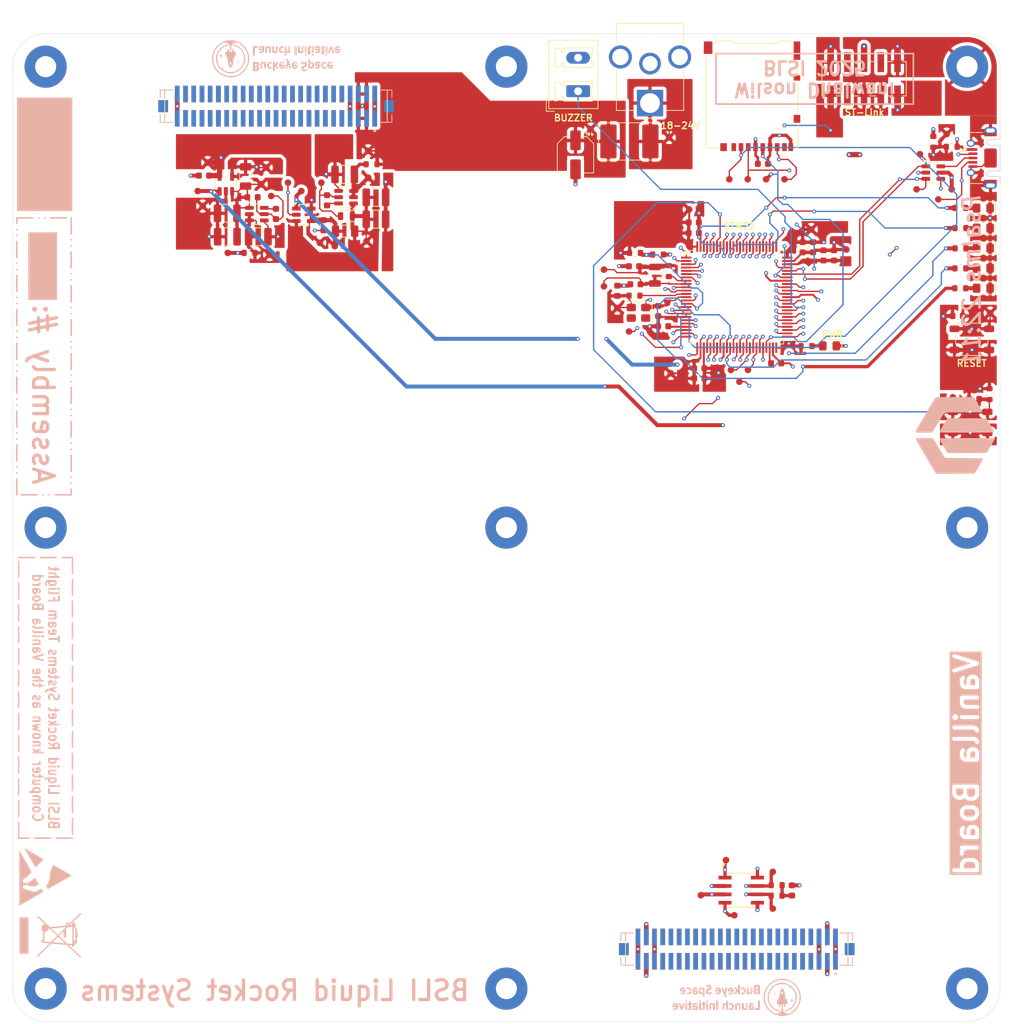
<source format=kicad_pcb>
(kicad_pcb (version 20241229) (generator "pcbnew") (generator_version "9.0")
  (layers (0 "F.Cu" signal "F.Cu(SIG)") (4 "In1.Cu" power "In1.Cu(GND)") (6 "In2.Cu" mixed "In2.Cu(PWR)") (8 "In3.Cu" signal "In3.Cu(ISIG)") (10 "In4.Cu" power "In4.Cu(GND)") (2 "B.Cu" signal "B.Cu(SIG)") (13 "F.Paste" user) (15 "B.Paste" user) (5 "F.SilkS" user "F.Silkscreen") (7 "B.SilkS" user "B.Silkscreen") (1 "F.Mask" user) (3 "B.Mask" user) (25 "Edge.Cuts" user))
  (net 0 "")
  (net 1 "GND")
  (net 2 "VDDA")
  (net 3 "NRST{slash}RESET")
  (net 4 "PC15{slash}LSE_OUT")
  (net 5 "PH1{slash}HSE_OUT")
  (net 6 "PH3{slash}BOOT0")
  (net 7 "/Mezzanine Connectors/Mez9")
  (net 8 "VBUS")
  (net 9 "/Mezzanine Connectors/Mez30")
  (net 10 "FLTCLK_P")
  (net 11 "/Mezzanine Connectors/Mez37")
  (net 12 "/Mezzanine Connectors/Mez28")
  (net 13 "FLTCLK_N")
  (net 14 "/Mezzanine Connectors/Mez15")
  (net 15 "/Mezzanine Connectors/Mez44")
  (net 16 "/Mezzanine Connectors/Mez14")
  (net 17 "/Mezzanine Connectors/Mez12")
  (net 18 "/Mezzanine Connectors/Mez34")
  (net 19 "/Mezzanine Connectors/Mez19")
  (net 20 "/Mezzanine Connectors/Mez43")
  (net 21 "/Mezzanine Connectors/Mez20")
  (net 22 "/Mezzanine Connectors/Mez45")
  (net 23 "/Mezzanine Connectors/Mez31")
  (net 24 "/Mezzanine Connectors/Mez10")
  (net 25 "/Mezzanine Connectors/Mez42")
  (net 26 "/Mezzanine Connectors/Mez27")
  (net 27 "/Mezzanine Connectors/Mez6")
  (net 28 "/Mezzanine Connectors/Mez21")
  (net 29 "/Mezzanine Connectors/Mez35")
  (net 30 "/Mezzanine Connectors/Mez33")
  (net 31 "/Mezzanine Connectors/Mez36")
  (net 32 "/Mezzanine Connectors/Mez46")
  (net 33 "/Mezzanine Connectors/Mez5")
  (net 34 "/Mezzanine Connectors/Mez23")
  (net 35 "/Mezzanine Connectors/Mez40")
  (net 36 "/Mezzanine Connectors/Mez32")
  (net 37 "/Mezzanine Connectors/Mez18")
  (net 38 "/Mezzanine Connectors/Mez8")
  (net 39 "/Mezzanine Connectors/Mez22")
  (net 40 "/Mezzanine Connectors/Mez16")
  (net 41 "/Mezzanine Connectors/Mez7")
  (net 42 "/Mezzanine Connectors/Mez17")
  (net 43 "/Mezzanine Connectors/Mez38")
  (net 44 "/Mezzanine Connectors/Mez24")
  (net 45 "/Mezzanine Connectors/Mez41")
  (net 46 "/Mezzanine Connectors/Mez29")
  (net 47 "/Mezzanine Connectors/Mez11")
  (net 48 "/Mezzanine Connectors/Mez39")
  (net 49 "/Mezzanine Connectors/Mez13")
  (net 50 "/Mezzanine Connectors/Mez59")
  (net 51 "/Mezzanine Connectors/Mez89")
  (net 52 "/Mezzanine Connectors/Mez68")
  (net 53 "/Mezzanine Connectors/Mez87")
  (net 54 "/Mezzanine Connectors/Mez66")
  (net 55 "/Mezzanine Connectors/Mez86")
  (net 56 "/Mezzanine Connectors/Mez58")
  (net 57 "/Mezzanine Connectors/Mez63")
  (net 58 "/Mezzanine Connectors/Mez56")
  (net 59 "/Mezzanine Connectors/Mez97")
  (net 60 "/Mezzanine Connectors/Mez84")
  (net 61 "/Mezzanine Connectors/Mez65")
  (net 62 "/Mezzanine Connectors/Mez90")
  (net 63 "/Mezzanine Connectors/Mez70")
  (net 64 "/Mezzanine Connectors/Mez93")
  (net 65 "/Mezzanine Connectors/Mez88")
  (net 66 "/Mezzanine Connectors/Mez82")
  (net 67 "/Mezzanine Connectors/Mez72")
  (net 68 "/Mezzanine Connectors/Mez62")
  (net 69 "/Mezzanine Connectors/Mez81")
  (net 70 "/Mezzanine Connectors/Mez80")
  (net 71 "/Mezzanine Connectors/Mez92")
  (net 72 "/Mezzanine Connectors/Mez57")
  (net 73 "/Mezzanine Connectors/Mez96")
  (net 74 "/Mezzanine Connectors/Mez95")
  (net 75 "/Mezzanine Connectors/Mez60")
  (net 76 "/Mezzanine Connectors/Mez64")
  (net 77 "/Mezzanine Connectors/Mez67")
  (net 78 "/Mezzanine Connectors/Mez94")
  (net 79 "/Mezzanine Connectors/Mez83")
  (net 80 "/Mezzanine Connectors/Mez54")
  (net 81 "/Mezzanine Connectors/Mez55")
  (net 82 "/Mezzanine Connectors/Mez69")
  (net 83 "/Mezzanine Connectors/Mez85")
  (net 84 "/Mezzanine Connectors/Mez61")
  (net 85 "/Mezzanine Connectors/Mez79")
  (net 86 "/Mezzanine Connectors/Mez91")
  (net 87 "/Mezzanine Connectors/Mez71")
  (net 88 "PA13{slash}SWDIO")
  (net 89 "PA14{slash}SWCLK")
  (net 90 "STATUS_LED_1")
  (net 91 "STATUS_LED_2")
  (net 92 "STATUS_LED_3")
  (net 93 "STATUS_LED_4")
  (net 94 "PC0{slash}ADC4_1")
  (net 95 "USB_D-")
  (net 96 "PA9{slash}USB_OTG_FS_VBUS")
  (net 97 "PH0{slash}HSE_IN")
  (net 98 "PC14{slash}LSE_IN")
  (net 99 "unconnected-(U1-PD3-Pad84)")
  (net 100 "Net-(C10-Pad1)")
  (net 101 "unconnected-(U1-PC7-Pad64)")
  (net 102 "unconnected-(U1-PC4-Pad33)")
  (net 103 "unconnected-(U1-PB7-Pad93)")
  (net 104 "Net-(C14-Pad1)")
  (net 105 "unconnected-(U1-PB13-Pad52)")
  (net 106 "unconnected-(U1-PE7-Pad38)")
  (net 107 "unconnected-(U1-PC8-Pad65)")
  (net 108 "unconnected-(U1-PB12-Pad51)")
  (net 109 "PA10{slash}USB_OTG_FS_ID")
  (net 110 "USB_D+")
  (net 111 "unconnected-(U1-PD10-Pad57)")
  (net 112 "unconnected-(U1-PB8-Pad95)")
  (net 113 "unconnected-(U1-PE1-Pad98)")
  (net 114 "unconnected-(U1-PA3-Pad26)")
  (net 115 "unconnected-(U1-PE8-Pad39)")
  (net 116 "Net-(C17-Pad1)")
  (net 117 "unconnected-(U1-PD6-Pad87)")
  (net 118 "PD0{slash}FDCAN1_RX")
  (net 119 "unconnected-(U1-PE4-Pad3)")
  (net 120 "unconnected-(U1-VREF+-Pad21)")
  (net 121 "+3.3V")
  (net 122 "unconnected-(U1-PB9-Pad96)")
  (net 123 "unconnected-(U1-PC13-Pad7)")
  (net 124 "unconnected-(U1-PC10-Pad78)")
  (net 125 "PA8{slash}USB_OTG_FS_SOF")
  (net 126 "Net-(U1-VCAP)")
  (net 127 "unconnected-(U1-PD13-Pad60)")
  (net 128 "Net-(U6-SW)")
  (net 129 "unconnected-(U1-VREF--Pad20)")
  (net 130 "unconnected-(U1-PA1-Pad24)")
  (net 131 "unconnected-(U1-PE10-Pad41)")
  (net 132 "Net-(U6-BST)")
  (net 133 "unconnected-(U1-PA6-Pad31)")
  (net 134 "unconnected-(U1-PA7-Pad32)")
  (net 135 "unconnected-(U1-PB6-Pad92)")
  (net 136 "Net-(U3-+)")
  (net 137 "Net-(U4-+)")
  (net 138 "unconnected-(U1-PD7-Pad88)")
  (net 139 "unconnected-(U1-PE14-Pad45)")
  (net 140 "unconnected-(U1-PD9-Pad56)")
  (net 141 "Net-(U5-BST)")
  (net 142 "unconnected-(U1-PE2-Pad1)")
  (net 143 "unconnected-(U1-PD4-Pad85)")
  (net 144 "unconnected-(U1-PE5-Pad4)")
  (net 145 "PC9{slash}OTG_FS_NOE")
  (net 146 "PD1{slash}FDCAN1_TX")
  (net 147 "unconnected-(U1-PA5-Pad30)")
  (net 148 "unconnected-(U1-PE9-Pad40)")
  (net 149 "unconnected-(U1-PE0-Pad97)")
  (net 150 "Net-(U5-SW)")
  (net 151 "unconnected-(U1-PD5-Pad86)")
  (net 152 "unconnected-(U1-PA15-Pad77)")
  (net 153 "unconnected-(U1-PE3-Pad2)")
  (net 154 "unconnected-(U1-PE6-Pad5)")
  (net 155 "unconnected-(U1-PA2-Pad25)")
  (net 156 "unconnected-(U1-PD8-Pad55)")
  (net 157 "unconnected-(U1-PA0-Pad23)")
  (net 158 "+5V")
  (net 159 "unconnected-(U1-PD15-Pad62)")
  (net 160 "unconnected-(U1-PD2-Pad83)")
  (net 161 "unconnected-(U1-PD11-Pad58)")
  (net 162 "unconnected-(U1-PC11-Pad79)")
  (net 163 "Net-(D1-A)")
  (net 164 "unconnected-(U1-PC12-Pad80)")
  (net 165 "unconnected-(U1-PE15-Pad46)")
  (net 166 "unconnected-(U1-PA4-Pad29)")
  (net 167 "unconnected-(U1-VBAT-Pad6)")
  (net 168 "unconnected-(U1-PD14-Pad61)")
  (net 169 "CANTRX_STBY")
  (net 170 "Net-(D2-A)")
  (net 171 "Net-(D3-A)")
  (net 172 "Net-(D4-A)")
  (net 173 "Net-(D5-A)")
  (net 174 "Net-(D6-A)")
  (net 178 "STATUS_LED_5")
  (net 179 "BZR_Prg")
  (net 180 "CAN+")
  (net 181 "RGB_LED_RED")
  (net 182 "USB_C_PWR_DLVRY_Dead_Batt_Func")
  (net 183 "USB_C_PWR_DLVRY")
  (net 184 "RGB_LED_BLU")
  (net 185 "RGB_LED_GRN")
  (net 186 "I_5")
  (net 187 "I_3.3")
  (net 188 "USB_5V")
  (net 189 "CAN-")
  (net 191 "SD_CS")
  (net 193 "SD_SPI2_SCK")
  (net 194 "SD_SPI2_MOSI")
  (net 195 "SD_SPI2_MISO")
  (net 196 "Net-(D7-A)")
  (net 197 "MICRO_USB_D-")
  (net 198 "MICRO_USB_D+")
  (net 199 "Net-(U6-EN)")
  (net 200 "Net-(U5-EN)")
  (footprint "TestPoint:TestPoint_Pad_D1.0mmNoSilkscreen" (layer "F.Cu") (at 466.852 216.662)
    (property "Reference" "TP9" (hide yes))
    (property "Value" "TestPoint")
  )
  (footprint "Connector_Card:microSD_HC_Hirose_DM3AT-SF-PEJM5" (layer "F.Cu") (at 487.32 184.49 180)
    (property "Reference" "J22" (hide yes))
    (property "Value" "Micro_SD_Card")
  )
  (footprint "Capacitor_SMD:C_0603_1608Metric" (layer "F.Cu") (at 479.298 225.806 180)
    (property "Reference" "C31" (hide yes))
    (property "Value" "10u")
  )
  (footprint "Connector_BarrelJack:BarrelJack_CUI_PJ-063AH_Horizontal_CircularHoles" (layer "F.Cu") (at 471.82 185.53 180)
    (property "Reference" "J7" (hide yes))
    (property "Value" "Barrel_Jack")
  )
  (footprint "Capacitor_SMD:C_0603_1608Metric" (layer "F.Cu") (at 495.005 207.425 -90)
    (property "Reference" "C1" (hide yes))
    (property "Value" "100n")
  )
  (footprint "Connector_USB:USB_Micro-AB_Molex_47590-0001" (layer "F.Cu") (at 523.9 193.87 90)
    (property "Reference" "J1" (hide yes))
    (property "Value" "USB_OTG")
    (fp_line (start 2.8 -0.475) (end 2.8 1.1) (stroke (width 0.1)) (layer "Edge.Cuts"))
    (fp_line (start 1.95 -0.475) (end 1.95 1.1) (stroke (width 0.1)) (layer "Edge.Cuts"))
    (fp_line (start -1.95 -0.475) (end -1.95 1.1) (stroke (width 0.1)) (layer "Edge.Cuts"))
    (fp_line (start -2.8 -0.475) (end -2.8 1.1) (stroke (width 0.1)) (layer "Edge.Cuts"))
    (fp_line (start 2.8 1.1) (end 3.75 1.1) (stroke (width 0.1)) (layer "Edge.Cuts"))
    (fp_line (start -1.95 1.1) (end 1.95 1.1) (stroke (width 0.1)) (layer "Edge.Cuts"))
    (fp_line (start -3.75 1.1) (end -2.8 1.1) (stroke (width 0.1)) (layer "Edge.Cuts"))
    (fp_arc (start 1.95 -0.475) (mid 2.375 -0.9) (end 2.8 -0.475) (stroke (width 0.1)) (layer "Edge.Cuts"))
    (fp_arc (start -2.8 -0.475) (mid -2.375 -0.9) (end -1.95 -0.475) (stroke (width 0.1)) (layer "Edge.Cuts"))
  )
  (footprint "Resistor_SMD:R_0603_1608Metric" (layer "F.Cu") (at 523.3875 229.72 90)
    (property "Reference" "R16" (hide yes))
    (property "Value" "10k")
  )
  (footprint "Capacitor_SMD:C_0603_1608Metric" (layer "F.Cu") (at 518.56 217.86)
    (property "Reference" "C8" (hide yes))
    (property "Value" "100nF")
  )
  (footprint "Capacitor_SMD:CP_Elec_5x5.9" (layer "F.Cu") (at 460.502 193.38 -90)
    (property "Reference" "C28" (hide yes))
    (property "Value" "10uF")
  )
  (footprint "Package_TO_SOT_SMD:SOT-23-5" (layer "F.Cu") (at 407.38 197.8075 90)
    (property "Reference" "U4" (hide yes))
    (property "Value" "INA180A4")
  )
  (footprint "TestPoint:TestPoint_Pad_D1.0mmNoSilkscreen" (layer "F.Cu") (at 517.652 198.628)
    (property "Reference" "TP1" (hide yes))
    (property "Value" "TestPoint")
  )
  (footprint "Resistor_SMD:R_0603_1608Metric" (layer "F.Cu") (at 469.54 208.28)
    (property "Reference" "R6" (hide yes))
    (property "Value" "22k")
  )
  (footprint "Package_TO_SOT_SMD:TSOT-23-6" (layer "F.Cu") (at 425.64 199.82 180)
    (property "Reference" "U6" (hide yes))
    (property "Value" "AP63205WU")
  )
  (footprint "Capacitor_SMD:C_0603_1608Metric" (layer "F.Cu") (at 488.97 194.75)
    (property "Reference" "C48" (hide yes))
    (property "Value" "10uF")
  )
  (footprint "Resistor_SMD:R_0603_1608Metric" (layer "F.Cu") (at 410.972 208.28 180)
    (property "Reference" "TH1" (hide yes))
    (property "Value" "Thermistor_PTC")
  )
  (footprint "TestPoint:TestPoint_Pad_D1.0mmNoSilkscreen" (layer "F.Cu") (at 418.846 198.882)
    (property "Reference" "TP42" (hide yes))
    (property "Value" "TestPoint")
  )
  (footprint "TestPoint:TestPoint_Pad_D1.0mmNoSilkscreen" (layer "F.Cu") (at 477.774 201.676)
    (property "Reference" "TP26" (hide yes))
    (property "Value" "TestPoint")
  )
  (footprint "Button_Switch_SMD:SW_SPST_PTS647_Sx38" (layer "F.Cu") (at 520.71 221.41)
    (property "Reference" "SW1" (hide yes))
    (property "Value" "SW_Push")
  )
  (footprint "TestPoint:TestPoint_Pad_D1.0mmNoSilkscreen" (layer "F.Cu") (at 516.89 190.246)
    (property "Reference" "TP11" (hide yes))
    (property "Value" "TestPoint")
  )
  (footprint "MountingHole:MountingHole_3.2mm_M3_Pad" (layer "F.Cu") (at 520 250)
    (property "Reference" "H8" (hide yes))
    (property "Value" "MountingHole_Pad")
  )
  (footprint "Resistor_SMD:R_0603_1608Metric" (layer "F.Cu") (at 495.59 222.43)
    (property "Reference" "R1" (hide yes))
    (property "Value" "680")
  )
  (footprint "TestPoint:TestPoint_Pad_D1.0mmNoSilkscreen" (layer "F.Cu") (at 403.098 198.882)
    (property "Reference" "TP43" (hide yes))
    (property "Value" "TestPoint")
  )
  (footprint "TestPoint:TestPoint_Pad_D1.0mmNoSilkscreen" (layer "F.Cu") (at 468.63 220.218)
    (property "Reference" "TP10" (hide yes))
    (property "Value" "TestPoint")
  )
  (footprint "TestPoint:TestPoint_Pad_D1.0mmNoSilkscreen" (layer "F.Cu") (at 412.75 197.866)
    (property "Reference" "TP34" (hide yes))
    (property "Value" "TestPoint")
  )
  (footprint "Harwin_Conn_SMT:HARWIN_G125-FS15005L0R" (layer "F.Cu") (at 415 186)
    (property "Reference" "J3" (hide yes))
    (property "Value" "G125-FS15005L0R")
  )
  (footprint "TestPoint:TestPoint_Pad_D1.0mmNoSilkscreen" (layer "F.Cu") (at 413.512 195.326)
    (property "Reference" "TP37" (hide yes))
    (property "Value" "TestPoint")
  )
  (footprint "Capacitor_SMD:C_0603_1608Metric" (layer "F.Cu") (at 422.75 200.29 90)
    (property "Reference" "C18" (hide yes))
    (property "Value" "100n")
  )
  (footprint "Resistor_SMD:R_1206_3216Metric" (layer "F.Cu") (at 425.4925 204.978)
    (property "Reference" "R20" (hide yes))
    (property "Value" "1m")
  )
  (footprint "LED_SMD:LED_0805_2012Metric_Pad1.15x1.40mm_HandSolder" (layer "F.Cu") (at 522.465 207.56 180)
    (property "Reference" "D4" (hide yes))
    (property "Value" "GRN_LED")
  )
  (footprint "Capacitor_SMD:C_0603_1608Metric" (layer "F.Cu") (at 493.3819 305.09 90)
    (property "Reference" "C17" (hide yes))
    (property "Value" "100n")
  )
  (footprint "TestPoint:TestPoint_Pad_D1.0mmNoSilkscreen" (layer "F.Cu") (at 429.006 192.786)
    (property "Reference" "TP45" (hide yes))
    (property "Value" "TestPoint")
  )
  (footprint "Resistor_SMD:R_1206_3216Metric" (layer "F.Cu") (at 410.38 196.67 90)
    (property "Reference" "R19" (hide yes))
    (property "Value" "1m")
  )
  (footprint "TestPoint:TestPoint_Pad_D1.0mmNoSilkscreen" (layer "F.Cu") (at 423.926 207.264)
    (property "Reference" "TP36" (hide yes))
    (property "Value" "TestPoint")
  )
  (footprint "MountingHole:MountingHole_3.2mm_M3_Pad" (layer "F.Cu") (at 380 250)
    (property "Reference" "H2" (hide yes))
    (property "Value" "MountingHole_Pad")
  )
  (footprint "LED_SMD:LED_0805_2012Metric_Pad1.15x1.40mm_HandSolder" (layer "F.Cu") (at 522.465 204.52 180)
    (property "Reference" "D5" (hide yes))
    (property "Value" "AMBR_LED")
  )
  (footprint "TestPoint:TestPoint_Pad_D1.0mmNoSilkscreen" (layer "F.Cu") (at 464.82 210.82)
    (property "Reference" "TP5" (hide yes))
    (property "Value" "TestPoint")
  )
  (footprint "TestPoint:TestPoint_Pad_D1.0mmNoSilkscreen" (layer "F.Cu") (at 486.664 197.1)
    (property "Reference" "TP24" (hide yes))
    (property "Value" "TestPoint")
  )
  (footprint "MountingHole:MountingHole_3.2mm_M3_Pad" (layer "F.Cu") (at 450 320)
    (property "Reference" "H6" (hide yes))
    (property "Value" "MountingHole_Pad")
  )
  (footprint "TestPoint:TestPoint_Pad_D1.0mmNoSilkscreen" (layer "F.Cu") (at 512.318 198.628)
    (property "Reference" "TP14" (hide yes))
    (property "Value" "TestPoint")
  )
  (footprint "Capacitor_SMD:C_0603_1608Metric" (layer "F.Cu") (at 473.82 219.42 180)
    (property "Reference" "C7" (hide yes))
    (property "Value" "100n")
  )
  (footprint "Harwin_Conn_SMT:SOIC8_4P9X3P9MC_MCH" (layer "F.Cu") (at 485.68 305.05)
    (property "Reference" "U2" (hide yes))
    (property "Value" "ATA6561-GAQW-N")
  )
  (footprint "TestPoint:TestPoint_Pad_D1.0mmNoSilkscreen" (layer "F.Cu") (at 464.82 213.36)
    (property "Reference" "TP6" (hide yes))
    (property "Value" "TestPoint")
  )
  (footprint "TestPoint:TestPoint_Pad_D1.0mmNoSilkscreen" (layer "F.Cu") (at 523.494 217.424)
    (property "Reference" "TP3" (hide yes))
    (property "Value" "TestPoint")
  )
  (footprint "LED_SMD:LED_0805_2012Metric_Pad1.15x1.40mm_HandSolder" (layer "F.Cu") (at 522.465 213.64 180)
    (property "Reference" "D2" (hide yes))
    (property "Value" "RED_LED")
  )
  (footprint "TestPoint:TestPoint_Pad_D1.0mmNoSilkscreen" (layer "F.Cu") (at 428.752 206.502)
    (property "Reference" "TP35" (hide yes))
    (property "Value" "TestPoint")
  )
  (footprint "MountingHole:MountingHole_3.2mm_M3_Pad" (layer "F.Cu") (at 450 250)
    (property "Reference" "H5" (hide yes))
    (property "Value" "MountingHole_Pad")
  )
  (footprint "Capacitor_SMD:C_0603_1608Metric" (layer "F.Cu") (at 496.585 207.425 -90)
    (property "Reference" "C4" (hide yes))
    (property "Value" "100n")
  )
  (footprint "Capacitor_SMD:C_0603_1608Metric" (layer "F.Cu") (at 473.07 217.11 -90)
    (property "Reference" "C15" (hide yes))
    (property "Value" "C_Small")
  )
  (footprint "TestPoint:TestPoint_Pad_D1.0mmNoSilkscreen" (layer "F.Cu") (at 512.826 193.294)
    (property "Reference" "TP15" (hide yes))
    (property "Value" "TestPoint")
  )
  (footprint "Inductor_SMD:L_TDK_MLZ2012_h1.25mm" (layer "F.Cu") (at 425.704 202.692)
    (property "Reference" "L2" (hide yes))
    (property "Value" "4.7u")
  )
  (footprint "Inductor_SMD:L_0603_1608Metric" (layer "F.Cu") (at 411.435 199.83 180)
    (property "Reference" "L1" (hide yes))
    (property "Value" "3.9u")
  )
  (footprint "TestPoint:TestPoint_Pad_D1.0mmNoSilkscreen" (layer "F.Cu") (at 484.1 226.05)
    (property "Reference" "TP21" (hide yes))
    (property "Value" "TestPoint")
  )
  (footprint "TestPoint:TestPoint_Pad_D1.0mmNoSilkscreen" (layer "F.Cu") (at 421.894 197.612)
    (property "Reference" "TP33" (hide yes))
    (property "Value" "TestPoint")
  )
  (footprint "TestPoint:TestPoint_Pad_D1.0mmNoSilkscreen" (layer "F.Cu") (at 474.726 190.754)
    (property "Reference" "TP19" (hide yes))
    (property "Value" "TestPoint")
  )
  (footprint "TestPoint:TestPoint_Pad_D1.0mmNoSilkscreen" (layer "F.Cu") (at 490.474 307.848)
    (property "Reference" "TP8" (hide yes))
    (property "Value" "TestPoint")
  )
  (footprint "MountingHole:MountingHole_3.2mm_M3_Pad" (layer "F.Cu") (at 380 180)
    (property "Reference" "H1" (hide yes))
    (property "Value" "MountingHole_Pad")
  )
  (footprint "MountingHole:MountingHole_3.2mm_M3_Pad" (layer "F.Cu") (at 520 320)
    (property "Reference" "H9" (hide yes))
    (property "Value" "MountingHole_Pad")
  )
  (footprint "TestPoint:TestPoint_Pad_D1.0mmNoSilkscreen" (layer "F.Cu") (at 486.7 226.05)
    (property "Reference" "TP23" (hide yes))
    (property "Value" "TestPoint")
  )
  (footprint "Capacitor_SMD:C_0603_1608Metric" (layer "F.Cu") (at 490.982 225.044)
    (property "Reference" "C29" (hide yes))
    (property "Value" "4.7u")
  )
  (footprint "Crystal:Crystal_SMD_MicroCrystal_CC7V-T1A-2Pin_3.2x1.5mm" (layer "F.Cu") (at 472.56 211.67 90)
    (property "Reference" "Y1" (hide yes))
    (property "Value" "32.768 kHz")
  )
  (footprint "Capacitor_SMD:C_1210_3225Metric" (layer "F.Cu") (at 430.1825 199.84)
    (property "Reference" "C20" (hide yes))
    (property "Value" "22u")
  )
  (footprint "Capacitor_SMD:C_0603_1608Metric" (layer "F.Cu") (at 469.392 210.312 180)
    (property "Reference" "C10" (hide yes))
    (property "Value" "C_Small")
  )
  (footprint "TestPoint:TestPoint_Pad_D1.0mmNoSilkscreen" (layer "F.Cu") (at 517.8275 230.2025)
    (property "Reference" "TP4" (hide yes))
    (property "Value" "TestPoint")
  )
  (footprint "MountingHole:MountingHole_3.2mm_M3_Pad" (layer "F.Cu") (at 520 180)
    (property "Reference" "H7" (hide yes))
    (property "Value" "MountingHole_Pad")
  )
  (footprint "TestPoint:TestPoint_Pad_D1.0mmNoSilkscreen" (layer "F.Cu") (at 414.02 208.534)
    (property "Reference" "TP31" (hide yes))
    (property "Value" "TestPoint")
  )
  (footprint "Resistor_SMD:R_0603_1608Metric" (layer "F.Cu") (at 518.99 207.59)
    (property "Reference" "R4" (hide yes))
    (property "Value" "680")
  )
  (footprint "Capacitor_SMD:C_0603_1608Metric" (layer "F.Cu") (at 478.47 205.26)
    (property "Reference" "C2" (hide yes))
    (property "Value" "100n")
  )
  (footprint "TestPoint:TestPoint_Pad_D1.0mmNoSilkscreen" (layer "F.Cu") (at 485.4 227.838)
    (property "Reference" "TP22" (hide yes))
    (property "Value" "TestPoint")
  )
  (footprint "Capacitor_SMD:C_0603_1608Metric" (layer "F.Cu") (at 478.47 203.65)
    (property "Reference" "C3" (hide yes))
    (property "Value" "100n")
  )
  (footprint "TestPoint:TestPoint_Pad_D1.0mmNoSilkscreen" (layer "F.Cu") (at 404.622 194.564)
    (property "Reference" "TP39" (hide yes))
    (property "Value" "TestPoint")
  )
  (footprint "TestPoint:TestPoint_Pad_D1.0mmNoSilkscreen" (layer "F.Cu") (at 416.814 197.612)
    (property "Reference" "TP41" (hide yes))
    (property "Value" "TestPoint")
  )
  (footprint "TestPoint:TestPoint_Pad_D1.0mmNoSilkscreen" (layer "F.Cu") (at 403.86 201.168)
    (property "Reference" "TP40" (hide yes))
    (property "Value" "TestPoint")
  )
  (footprint "Resistor_SMD:R_0603_1608Metric" (layer "F.Cu") (at 491.0519 305.885 180)
    (property "Reference" "R18" (hide yes))
    (property "Value" "60")
  )
  (footprint "Resistor_SMD:R_0603_1608Metric" (layer "F.Cu") (at 474.67 211.045 90)
    (property "Reference" "R15" (hide yes))
    (property "Value" "R_Small_US")
  )
  (footprint "Capacitor_SMD:C_0603_1608Metric" (layer "F.Cu") (at 479.311 227.33 180)
    (property "Reference" "C5" (hide yes))
    (property "Value" "100n")
  )
  (footprint "Resistor_SMD:R_0603_1608Metric" (layer "F.Cu") (at 518.98 204.51)
    (property "Reference" "R5" (hide yes))
    (property "Value" "680")
  )
  (footprint "Capacitor_SMD:C_0603_1608Metric" (layer "F.Cu") (at 521.0625 230.47 180)
    (property "Reference" "C16" (hide yes))
    (property "Value" "100n")
  )
  (footprint "Diode_SMD:D_3220_8050Metric" (layer "F.Cu") (at 468.69 191.35)
    (property "Reference" "D7" (hide yes))
    (property "Value" "D_Schottky")
  )
  (footprint "TestPoint:TestPoint_Pad_D1.0mmNoSilkscreen" (layer "F.Cu") (at 484.632 308.864)
    (property "Reference" "TP13" (hide yes))
    (property "Value" "TestPoint")
  )
  (footprint "Capacitor_SMD:C_1210_3225Metric" (layer "F.Cu") (at 407.585 202.27 180)
    (property "Reference" "C21" (hide yes))
    (property "Value" "22u")
  )
  (footprint "TestPoint:TestPoint_Pad_D1.0mmNoSilkscreen" (layer "F.Cu") (at 483.362 300.482)
    (property "Reference" "TP12" (hide yes))
    (property "Value" "TestPoint")
  )
  (footprint "Capacitor_SMD:C_1210_3225Metric" (layer "F.Cu") (at 412.305 205.83)
    (property "Reference" "C25" (hide yes))
    (property "Value" "10u")
  )
  (footprint "TestPoint:TestPoint_Pad_D1.0mmNoSilkscreen" (layer "F.Cu") (at 501.65 207.772)
    (property "Reference" "TP28" (hide yes))
    (property "Value" "TestPoint")
  )
  (footprint "Harwin_Conn_SMT:HARWIN_G125-FS15005L0R" (layer "F.Cu") (at 485 314)
    (property "Reference" "J5" (hide yes))
    (property "Value" "G125-FS15005L0R")
  )
  (footprint "Resistor_SMD:R_0603_1608Metric" (layer "F.Cu") (at 518.955 213.65)
    (property "Reference" "R2" (hide yes))
    (property "Value" "680")
  )
  (footprint "TestPoint:TestPoint_Pad_D1.0mmNoSilkscreen" (layer "F.Cu") (at 414.274 199.644)
    (property "Reference" "TP32" (hide yes))
    (property "Value" "TestPoint")
  )
  (footprint "Resistor_SMD:R_0603_1608Metric" (layer "F.Cu") (at 429.514 194.818)
    (property "Reference" "TH2" (hide yes))
    (property "Value" "Thermistor_PTC")
  )
  (footprint "TestPoint:TestPoint_Pad_D1.0mmNoSilkscreen" (layer "F.Cu") (at 489.458 197.104)
    (property "Reference" "TP29" (hide yes))
    (property "Value" "TestPoint")
  )
  (footprint "Resistor_SMD:R_0603_1608Metric" (layer "F.Cu") (at 491.0619 304.285)
    (property "Reference" "R17" (hide yes))
    (property "Value" "60")
  )
  (footprint "Package_TO_SOT_SMD:SOT-23-6" (layer "F.Cu") (at 514.858 196.088)
    (property "Reference" "U8" (hide yes))
    (property "Value" "USBLC6-2SC6")
  )
  (footprint "Capacitor_SMD:C_0603_1608Metric" (layer "F.Cu") (at 422.2225 204.08 90)
    (property "Reference" "C27" (hide yes))
    (property "Value" "100n")
  )
  (footprint "LED_SMD:LED_0805_2012Metric_Pad1.15x1.40mm_HandSolder" (layer "F.Cu") (at 522.465 201.48 180)
    (property "Reference" "D6" (hide yes))
    (property "Value" "VILT_LED")
  )
  (footprint "Capacitor_SMD:C_0603_1608Metric" (layer "F.Cu") (at 466.852 214.03 90)
    (property "Reference" "C14" (hide yes))
    (property "Value" "C_Small")
  )
  (footprint "TestPoint:TestPoint_Pad_D1.0mmNoSilkscreen" (layer "F.Cu") (at 515.62 200.152)
    (property "Reference" "TP2" (hide yes))
    (property "Value" "TestPoint")
  )
  (footprint "Capacitor_SMD:C_0603_1608Metric" (layer "F.Cu") (at 499.775 208.655 90)
    (property "Reference" "C13" (hide yes))
    (property "Value" "1u")
  )
  (footprint "TestPoint:TestPoint_Pad_D1.0mmNoSilkscreen" (layer "F.Cu") (at 474.98 226.568)
    (property "Reference" "TP17" (hide yes))
    (property "Value" "TestPoint")
  )
  (footprint "Package_TO_SOT_SMD:SOT-23-5" (layer "F.Cu") (at 419.2225 202.49)
    (property "Reference" "U3" (hide yes))
    (property "Value" "INA180A4")
  )
  (footprint "Resistor_SMD:R_0603_1608Metric" (layer "F.Cu") (at 473.035 208.53)
    (property "Reference" "R7" (hide yes))
    (property "Value" "100k")
  )
  (footprint "Capacitor_SMD:C_1210_3225Metric" (layer "F.Cu") (at 407.605 205.82 180)
    (property "Reference" "C22" (hide yes))
    (property "Value" "22u")
  )
  (footprint "TestPoint:TestPoint_Pad_D1.0mmNoSilkscreen" (layer "F.Cu") (at 490.474 302.26)
    (property "Reference" "TP7" (hide yes))
    (property "Value" "TestPoint")
  )
  (footprint "Capacitor_SMD:C_1210_3225Metric" (layer "F.Cu") (at 430.1825 203.17)
    (property "Reference" "C19" (hide yes))
    (property "Value" "22u")
  )
  (footprint "Resistor_SMD:R_0603_1608Metric" (layer "F.Cu") (at 514.858 191.41 90)
    (property "Reference" "R13" (hide yes))
    (property "Value" "10k")
  )
  (footprint "LED_SMD:LED_0805_2012Metric_Pad1.15x1.40mm_HandSolder" (layer "F.Cu") (at 499.0975 222.4 180)
    (property "Reference" "D1" (hide yes))
    (property "Value" "BLU_LED")
  )
  (footprint "Capacitor_SMD:C_1210_3225Metric" (layer "F.Cu") (at 425.4325 196.36 180)
    (property "Reference" "C24" (hide yes))
    (property "Value" "10u")
  )
  (footprint "Package_QFP:LQFP-100_14x14mm_P0.5mm" (layer "F.Cu") (at 485 215)
    (property "Reference" "U1" (hide yes))
    (property "Value" "STM32U575VITx")
  )
  (footprint "Resistor_SMD:R_0603_1608Metric" (layer "F.Cu") (at 518.97 210.63)
    (property "Reference" "R3" (hide yes))
    (property "Value" "680")
  )
  (footprint "Connector_Phoenix_MC_HighVoltage:PhoenixContact_MCV_1,5_2-G-5.08_1x02_P5.08mm_Vertical" (layer "F.Cu") (at 460.8975 183.7275 90)
    (property "Reference" "BUZZER")
    (property "Value" "Bzr_Swtch")
  )
  (footprint "Resistor_SMD:R_0603_1608Metric" (layer "F.Cu") (at 469.46 214.77 180)
    (property "Reference" "R14" (hide yes))
    (property "Value" "R_Small_US")
  )
  (footprint "Resistor_SMD:R_0603_1608Metric" (layer "F.Cu") (at 517.652 192.17 180)
    (property "Reference" "R12" (hide yes))
    (property "Value" "4.7k")
  )
  (footprint "TestPoint:TestPoint_Pad_D1.0mmNoSilkscreen" (layer "F.Cu") (at 421.64 206.756)
    (property "Reference" "TP38" (hide yes))
    (property "Value" "TestPoint")
  )
  (footprint "TestPoint:TestPoint_Pad_D1.0mmNoSilkscreen" (layer "F.Cu") (at 407.67 208.28)
    (property "Reference" "TP44" (hide yes))
    (property "Value" "TestPoint")
  )
  (footprint "MountingHole:MountingHole_3.2mm_M3_Pad" (layer "F.Cu") (at 450 180)
    (property "Reference" "H4" (hide yes))
    (property "Value" "MountingHole_Pad")
  )
  (footprint "TestPoint:TestPoint_Pad_D1.0mmNoSilkscreen" (layer "F.Cu") (at 429.006 196.85)
    (property "Reference" "TP30" (hide yes))
    (property "Value" "TestPoint")
  )
  (footprint "Capacitor_SMD:C_0603_1608Metric" (layer "F.Cu") (at 469.6 213.04 180)
    (property "Reference" "C9" (hide yes))
    (property "Value" "C_Small")
  )
  (footprint "Capacitor_SMD:C_0603_1608Metric" (layer "F.Cu") (at 498.165 208.66 90)
    (property "Reference" "C6" (hide yes))
    (property "Value" "100n")
  )
  (footprint "Connector_PinSocket_2.54mm:PinSocket_2x05_P2.54mm_Vertical_SMD" (layer "F.Cu") (at 504.34 181.835 -90)
    (property "Reference" "J6" (hide yes))
    (property "Value" "Conn_02x05_Counter_Clockwise")
  )
  (footprint "Crystal:Crystal_SMD_SeikoEpson_TSX3225-4Pin_3.2x2.5mm" (layer "F.Cu") (at 470.07 217.37 180)
    (property "Reference" "Y2" (hide yes))
    (property "Value" "16 MHz")
  )
  (footprint "TestPoint:TestPoint_Pad_D1.0mmNoSilkscreen" (layer "F.Cu") (at 462.788 189.484)
    (property "Reference" "TP20" (hide yes))
    (property "Value" "TestPoint")
  )
  (footprint "Capacitor_SMD:C_0603_1608Metric" (layer "F.Cu") (at 414.985 202.365 -90)
    (property "Reference" "C23" (hide yes))
    (property "Value" "100n")
  )
  (footprint "Button_Switch_SMD:SW_SPST_PTS647_Sx38" (layer "F.Cu") (at 520.4525 234.02)
    (property "Reference" "SW2" (hide yes))
    (property "Value" "SW_Push")
  )
  (footprint "Resistor_SMD:R_0603_1608Metric" (layer "F.Cu") (at 518.96 201.45)
    (property "Reference" "R21" (hide yes))
    (property "Value" "680")
  )
  (footprint "Capacitor_SMD:C_0603_1608Metric" (layer "F.Cu") (at 404.06 196.54)
    (property "Reference" "C26" (hide yes))
    (property "Value" "100n")
  )
  (footprint "Package_TO_SOT_SMD:TSOT-23-6" (layer "F.Cu") (at 412.0775 202.39)
    (property "Reference" "U5" (hide yes))
    (property "Value" "AP63203WU")
  )
  (footprint "TestPoint:TestPoint_Pad_D1.0mmNoSilkscreen" (layer "F.Cu") (at 483.87 197.104)
    (property "Reference" "TP25" (hide yes))
    (property "Value" "TestPoint")
  )
  (footprint "LED_SMD:LED_0805_2012Metric_Pad1.15x1.40mm_HandSolder" (layer "F.Cu") (at 522.465 210.6 180)
    (property "Reference" "D3" (hide yes))
    (property "Value" "YLW_LED")
  )
  (footprint "TestPoint:TestPoint_Pad_D1.0mmNoSilkscreen" (layer "F.Cu") (at 479.552 305.816)
    (property "Reference" "TP18" (hide yes))
    (property "Value" "TestPoint")
  )
  (footprint "MountingHole:MountingHole_3.2mm_M3_Pad" (layer "F.Cu") (at 380 320)
    (property "Reference" "H3" (hide yes))
    (property "Value" "MountingHole_Pad")
  )
  (footprint "TestPoint:TestPoint_Pad_D1.0mmNoSilkscreen" (layer "F.Cu") (at 496.316 204.724)
    (property "Reference" "TP16" (hide yes))
    (property "Value" "TestPoint")
  )
  (footprint "TestPoint:TestPoint_Pad_D1.0mmNoSilkscreen" (layer "F.Cu") (at 492.252 197.104)
    (property "Reference" "TP27" (hide yes))
    (property "Value" "TestPoint")
  )
  (footprint "Symbol:ESD-Logo_8.9x8mm_SilkScreen" (layer "B.Cu") (at 379.984 303.022 90)
    (property "Reference" "REF**" (hide yes))
    (property "Value" "ESD-Logo_8.9x8mm_SilkScreen" (hide yes))
  )
  (footprint "Symbol:WEEE-Logo_4.2x6mm_SilkScreen" (layer "B.Cu") (at 380.75 311.912 90)
    (property "Reference" "REF**" (hide yes))
    (property "Value" "WEEE-Logo_4.2x6mm_SilkScreen" (hide yes))
  )
  (footprint "LOGO" (layer "B.Cu") (at 485 321.31 180)
    (property "Reference" "G***" (hide yes))
    (property "Value" "LOGO" (hide yes))
  )
  (footprint "LOGO" (layer "B.Cu") (at 415 178.816)
    (property "Reference" "G***" (hide yes))
    (property "Value" "LOGO" (hide yes))
  )
  (footprint "Harwin_Conn_SMT:HARWIN_G125-MS15005L3R" (layer "B.Cu") (at 415 186 180)
    (property "Reference" "J2" (hide yes))
    (property "Value" "G125-MS15005L3R")
  )
  (footprint "Harwin_Conn_SMT:HARWIN_G125-MS15005L3R" (layer "B.Cu") (at 485 314 180)
    (property "Reference" "J4" (hide yes))
    (property "Value" "G125-MS15005L3R")
  )
  (footprint "LOGO" (layer "B.Cu") (at 518.414 235.966 -90)
    (property "Reference" "G***" (hide yes))
    (property "Value" "LOGO" (hide yes))
  )
  (gr_rect (start 377.444 205.232) (end 381.68 215.35) (stroke (width 0.1524)) (fill yes) (layer "B.SilkS"))
  (gr_rect (start 375.734 184.755) (end 383.98 201.833) (stroke (width 0.1524)) (fill yes) (layer "B.SilkS"))
  (gr_rect (start 375.889 254.536) (end 384.079 297.152) (stroke (width 0.22) (type dash)) (fill no) (layer "B.SilkS"))
  (gr_rect (start 481.833 178.012) (end 511.833 185.678) (stroke (width 0.25)) (fill no) (layer "B.SilkS"))
  (gr_rect (start 375.624 202.971) (end 383.876 245.013) (stroke (width 0.22) (type dash_dot_dot)) (fill no) (layer "B.SilkS"))
  (gr_arc (start 520 175) (mid 523.535534 176.464466) (end 525 180) (stroke (width 0.05)) (layer "Edge.Cuts"))
  (gr_line (start 375 320) (end 375 180) (stroke (width 0.05)) (layer "Edge.Cuts"))
  (gr_line (start 525 197.62) (end 525 320) (stroke (width 0.05)) (layer "Edge.Cuts"))
  (gr_line (start 520 325) (end 380 325) (stroke (width 0.05)) (layer "Edge.Cuts"))
  (gr_line (start 525 180) (end 525 190.12) (stroke (width 0.05)) (layer "Edge.Cuts"))
  (gr_arc (start 375 180) (mid 376.464466 176.464466) (end 380 175) (stroke (width 0.05)) (layer "Edge.Cuts"))
  (gr_arc (start 380 325) (mid 376.464466 323.535534) (end 375 320) (stroke (width 0.05)) (layer "Edge.Cuts"))
  (gr_line (start 380 175) (end 520 175) (stroke (width 0.05)) (layer "Edge.Cuts"))
  (gr_arc (start 525 320) (mid 523.535534 323.535534) (end 520 325) (stroke (width 0.05)) (layer "Edge.Cuts"))
  (gr_text "BOOT" (at 520.446 237.49 0) (layer "F.SilkS") (effects (font (size 1 1) (thickness 0.2) (bold yes))))
  (gr_text "18-24V" (at 476.39 188.95 0) (layer "F.SilkS") (effects (font (size 1 1) (thickness 0.2) (bold yes))))
  (gr_text "PWR" (at 499.5275 220.65 0) (layer "F.SilkS") (effects (font (size 1 1) (thickness 0.2) (bold yes))))
  (gr_text "STM32" (at 485.394 204.216 0) (layer "F.SilkS") (effects (font (size 1 1) (thickness 0.2) (bold yes))))
  (gr_text "RESET" (at 520.7 225.044 0) (layer "F.SilkS") (effects (font (size 1 1) (thickness 0.2) (bold yes))))
  (gr_text "ST-Link" (at 504.4 186.944 0) (layer "F.SilkS") (effects (font (size 1 1) (thickness 0.2) (bold yes))))
  (gr_text "Psalms 22:11" (at 520.7 212.344 90) (layer "B.SilkS") (effects (font (size 2.6 2.5) (thickness 0.4) (italic yes)) (justify mirror)))
  (gr_text "Wilson Dhalwani\nBLSI 2025" (at 496.833 181.845 180) (layer "B.SilkS") (effects (font (size 2.1 2) (thickness 0.4) (bold yes)) (justify mirror)))
  (gr_text "Vanilla Board" (at 519.938 286.004 90) (layer "B.SilkS" knockout) (effects (font (size 3.5 3.3) (thickness 0.6) (bold yes)) (justify mirror)))
  (gr_text "BSLI Liquid Rocket Systems" (at 414.782 320.294 0) (layer "B.SilkS") (effects (font (size 3 2.8) (thickness 0.5) (bold yes)) (justify mirror)))
  (gr_text "\n\n\nAssembly #: 1.0\n" (at 387.35 225.044 270) (layer "B.SilkS") (effects (font (size 3.2 3) (thickness 0.5) (bold yes)) (justify mirror)))
  (gr_text "BLSI Liquid Rocket Systems Team Flight\nComputer known as the Vanilla Board\n" (at 379.984 275.844 270) (layer "B.SilkS") (effects (font (size 1.5 1.3) (thickness 0.27) (bold yes)) (justify mirror)))
  (segment (start 520.9475 228.895) (end 520.2875 229.555) (width 0.4) (layer "F.Cu") (net 1))
  (segment (start 402.02 196.54) (end 403.285 196.54) (width 0.6) (layer "F.Cu") (net 1))
  (segment (start 479.245 202.245) (end 479.24 202.24) (width 0.2) (layer "F.Cu") (net 1))
  (segment (start 508.254 181.102) (end 508.254 179.324) (width 0.2) (layer "F.Cu") (net 1))
  (segment (start 514.858 190.363) (end 515.12 190.625) (width 0.2) (layer "F.Cu") (net 1))
  (segment (start 518.085 223.01) (end 523.335 223.01) (width 0.6) (layer "F.Cu") (net 1))
  (segment (start 460.502 195.58) (end 460.502 197.866) (width 0.6) (layer "F.Cu") (net 1))
  (segment (start 492.675 209.5) (end 493.705 209.5) (width 0.3) (layer "F.Cu") (net 1))
  (segment (start 473.185 218) (end 473.07 217.885) (width 0.2) (layer "F.Cu") (net 1))
  (segment (start 520.55 196.095) (end 520.55 195.495) (width 0.2) (layer "F.Cu") (net 1))
  (segment (start 494.5419 304.315) (end 493.3819 304.315) (width 0.6) (layer "F.Cu") (net 1))
  (segment (start 508.254 179.324) (end 509.411 179.324) (width 0.2) (layer "F.Cu") (net 1))
  (segment (start 508 181.102) (end 508.254 181.102) (width 0.2) (layer "F.Cu") (net 1))
  (segment (start 416.814 199.136) (end 416.814 197.612) (width 0.2) (layer "F.Cu") (net 1))
  (segment (start 424.5025 198.87) (end 424.5025 198.435) (width 0.2) (layer "F.Cu") (net 1))
  (segment (start 403.86 201.168) (end 404.622 200.406) (width 0.2) (layer "F.Cu") (net 1))
  (segment (start 499.883 207.772) (end 499.775 207.88) (width 0.2) (layer "F.Cu") (net 1))
  (segment (start 413.78 205.83) (end 415.27 205.83) (width 0.2) (layer "F.Cu") (net 1))
  (segment (start 400 186.01) (end 400 184.15) (width 0.7) (layer "F.Cu") (net 1))
  (segment (start 477.774 224.79) (end 475.996 226.568) (width 0.3) (layer "F.Cu") (net 1))
  (segment (start 431.6575 197.5) (end 431.6675 197.49) (width 0.2) (layer "F.Cu") (net 1))
  (segment (start 497.5 314.03) (end 497.5 312.15) (width 0.7) (layer "F.Cu") (net 1))
  (segment (start 406.11 202.27) (end 407.101 202.27) (width 0.2) (layer "F.Cu") (net 1))
  (segment (start 493.5175 225.5475) (end 493.5175 225.5565) (width 0.3) (layer "F.Cu") (net 1))
  (segment (start 417.12 202.49) (end 418.085 202.49) (width 0.2) (layer "F.Cu") (net 1))
  (segment (start 490.5 223.279) (end 490.549 223.328) (width 0.2) (layer "F.Cu") (net 1))
  (segment (start 430 186.03) (end 430 187.85) (width 0.7) (layer "F.Cu") (net 1))
  (segment (start 473.07 217.885) (end 473.07 219.395) (width 0.2) (layer "F.Cu") (net 1))
  (segment (start 431.6575 199.84) (end 431.6575 197.5) (width 0.6) (layer "F.Cu") (net 1))
  (segment (start 506.88 184.355) (end 504.34 184.355) (width 0.6) (layer "F.Cu") (net 1))
  (segment (start 523.49 213.64) (end 523.49 201.48) (width 0.2) (layer "F.Cu") (net 1))
  (segment (start 404.622 200.406) (end 407.38 200.406) (width 0.2) (layer "F.Cu") (net 1))
  (segment (start 407.101 202.27) (end 407.38 201.991) (width 0.2) (layer "F.Cu") (net 1))
  (segment (start 490.045 193.502) (end 490.045 192.215) (width 0.4) (layer "F.Cu") (net 1))
  (segment (start 479.5 205.515) (end 479.245 205.26) (width 0.2) (layer "F.Cu") (net 1))
  (segment (start 416.814 202.184) (end 417.12 202.49) (width 0.2) (layer "F.Cu") (net 1))
  (segment (start 471.76 219.43) (end 471.77 219.42) (width 0.6) (layer "F.Cu") (net 1))
  (segment (start 400 187.85) (end 400 186.01) (width 0.7) (layer "F.Cu") (net 1))
  (segment (start 521.9525 228.895) (end 520.9475 228.895) (width 0.4) (layer "F.Cu") (net 1))
  (segment (start 422.6475 196.36) (end 422.6175 196.33) (width 0.2) (layer "F.Cu") (net 1))
  (segment (start 407.38 200.406) (end 407.38 198.945) (width 0.2) (layer "F.Cu") (net 1))
  (segment (start 430 184.15) (end 430 186.03) (width 0.7) (layer "F.Cu") (net 1))
  (segment (start 479.5 221.48) (end 479.92 221.06) (width 0.2) (layer "F.Cu") (net 1))
  (segment (start 493.014 225.044) (end 493.5175 225.5475) (width 0.3) (layer "F.Cu") (net 1))
  (segment (start 513.7205 196.088) (end 512.572 196.088) (width 0.3) (layer "F.Cu") (net 1))
  (segment (start 473.07 219.395) (end 473.045 219.42) (width 0.2) (layer "F.Cu") (net 1))
  (segment (start 498.165 207.885) (end 499.77 207.885) (width 0.5) (layer "F.Cu") (net 1))
  (segment (start 478.523 227.317) (end 478.536 227.33) (width 0.2) (layer "F.Cu") (net 1))
  (segment (start 479.5 222.675) (end 479.5 224.23) (width 0.3) (layer "F.Cu") (net 1))
  (segment (start 489.745 193.802) (end 490.045 193.502) (width 0.4) (layer "F.Cu") (net 1))
  (segment (start 516.382 217.9) (end 516.56 217.9) (width 0.2) (layer "F.Cu") (net 1))
  (segment (start 495.005 208.2) (end 496.585 208.2) (width 0.5) (layer "F.Cu") (net 1))
  (segment (start 422.1975 204.88) (end 422.2225 204.855) (width 0.2) (layer "F.Cu") (net 1))
  (segment (start 406.13 202.29) (end 406.11 202.27) (width 0.2) (layer "F.Cu") (net 1))
  (segment (start 478.523 224.803) (end 478.536 224.79) (width 0.2) (layer "F.Cu") (net 1))
  (segment (start 516.56 217.9) (end 516.6 217.86) (width 0.2) (layer "F.Cu") (net 1))
  (segment (start 520.875 195.17) (end 522.25 195.17) (width 0.2) (layer "F.Cu") (net 1))
  (segment (start 413.78 205.83) (end 413.78 204.1945) (width 0.2) (layer "F.Cu") (net 1))
  (segment (start 423.9575 197.89) (end 423.9575 196.36) (width 0.2) (layer "F.Cu") (net 1))
  (segment (start 523.49 202.99) (end 523.49 201.48) (width 0.2) (layer "F.Cu") (net 1))
  (segment (start 475.996 226.568) (end 474.98 226.568) (width 0.3) (layer "F.Cu") (net 1))
  (segment (start 496.585 208.2) (end 496.9 207.885) (width 0.5) (layer "F.Cu") (net 1))
  (segment (start 468.75 212.965) (end 468.825 213.04) (width 0.2) (layer "F.Cu") (net 1))
  (segment (start 500.1225 222.4) (end 501.56 222.4) (width 0.5) (layer "F.Cu") (net 1))
  (segment (start 431.6575 203.17) (end 431.6575 199.84) (width 0.6) (layer "F.Cu") (net 1))
  (segment (start 490.51 190.43) (end 490.045 190.895) (width 0.5) (layer "F.Cu") (net 1))
  (segment (start 492.52 190.43) (end 493.195 191.105) (width 0.5) (layer "F.Cu") (net 1))
  (segment (start 520.55 195.495) (end 520.875 195.17) (width 0.2) (layer "F.Cu") (net 1))
  (segment (start 478.523 225.806) (end 478.523 224.803) (width 0.3) (layer "F.Cu") (net 1))
  (segment (start 468.825 213.04) (end 468.61 213.255) (width 0.2) (layer "F.Cu") (net 1))
  (segment (start 406.13 205.82) (end 404.87 205.82) (width 0.2) (layer "F.Cu") (net 1))
  (segment (start 468.75 210.29) (end 467.106 210.29) (width 0.6) (layer "F.Cu") (net 1))
  (segment (start 493.705 209.5) (end 495.005 208.2) (width 0.3) (layer "F.Cu") (net 1))
  (segment (start 473.86 208.53) (end 474.885 208.53) (width 0.6) (layer "F.Cu") (net 1))
  (segment (start 406.13 205.82) (end 406.13 202.29) (width 0.2) (layer "F.Cu") (net 1))
  (segment (start 477.325 218) (end 473.185 218) (width 0.3) (layer "F.Cu") (net 1))
  (segment (start 467.12 213.255) (end 467.868 213.255) (width 0.6) (layer "F.Cu") (net 1))
  (segment (start 471.77 219.42) (end 473.045 219.42) (width 0.6) (layer "F.Cu") (net 1))
  (segment (start 491.49 190.43) (end 492.52 190.43) (width 0.5) (layer "F.Cu") (net 1))
  (segment (start 493.5175 225.5565) (end 493.522 225.552) (width 0.2) (layer "F.Cu") (net 1))
  (segment (start 423.9575 196.36) (end 422.6475 196.36) (width 0.6) (layer "F.Cu") (net 1))
  (segment (start 424.5025 198.435) (end 423.9575 197.89) (width 0.2) (layer "F.Cu") (net 1))
  (segment (start 490.045 190.895) (end 490.045 192.215) (width 0.5) (layer "F.Cu") (net 1))
  (segment (start 491.757 225.044) (end 490.5 223.787) (width 0.3) (layer "F.Cu") (net 1))
  (segment (start 520.2875 229.555) (end 520.2875 230.47) (width 0.4) (layer "F.Cu") (net 1))
  (segment (start 478.536 224.79) (end 477.774 224.79) (width 0.3) (layer "F.Cu") (net 1))
  (segment (start 491.757 225.002055) (end 491.757 225.044) (width 0.2) (layer "F.Cu") (net 1))
  (segment (start 509.42 176.905) (end 509.42 179.315) (width 1) (layer "F.Cu") (net 1))
  (segment (start 520.875 195.77) (end 520.55 196.095) (width 0.2) (layer "F.Cu") (net 1))
  (segment (start 489.745 193.802) (end 489.745 194.75) (width 0.4) (layer "F.Cu") (net 1))
  (segment (start 500 313.99) (end 500 312.15) (width 0.7) (layer "F.Cu") (net 1))
  (segment (start 472.5 315.85) (end 472.5 314) (width 0.7) (layer "F.Cu") (net 1))
  (segment (start 420.878 204.88) (end 422.1975 204.88) (width 0.2) (layer "F.Cu") (net 1))
  (segment (start 413.78 204.1945) (end 413.215 203.6295) (width 0.2) (layer "F.Cu") (net 1))
  (segment (start 493.195 191.105) (end 493.195 192.215) (width 0.5) (layer "F.Cu") (net 1))
  (segment (start 497.5 315.85) (end 497.5 314.03) (width 0.7) (layer "F.Cu") (net 1))
  (segment (start 490.5 222.675) (end 490.5 223.279) (width 0.2) (layer "F.Cu") (net 1))
  (segment (start 472.5 314) (end 472.5 312.15) (width 0.7) (layer "F.Cu") (net 1))
  (segment (start 522.25 195.17) (end 523.55 193.87) (width 0.2) (layer "F.Cu") (net 1))
  (segment (start 499.775 207.88) (end 499.775 206.675) (width 0.5) (layer "F.Cu") (net 1))
  (segment (start 479.5 207.325) (end 479.5 205.515) (width 0.3) (layer "F.Cu") (net 1))
  (segment (start 426.25 186.03) (end 426.25 184.15) (width 0.7) (layer "F.Cu") (net 1))
  (segment (start 407.38 201.991) (end 407.38 200.406) (width 0.2) (layer "F.Cu") (net 1))
  (segment (start 499.77 207.885) (end 499.775 207.88) (width 0.5) (layer "F.Cu") (net 1))
  (segment (start 475.411415 213.6) (end 475.411415 213.598585) (width 0.2) (layer "F.Cu") (net 1))
  (segment (start 514.858 189.484) (end 514.858 190.363) (width 0.6) (layer "F.Cu") (net 1))
  (segment (start 413.215 203.6295) (end 413.215 203.34) (width 0.2) (layer "F.Cu") (net 1))
  (segment (start 509.411 179.324) (end 509.42 179.315) (width 0.2) (layer "F.Cu") (net 1))
  (segment (start 468.61 213.255) (end 467.868 213.255) (width 0.6) (layer "F.Cu") (net 1))
  (segment (start 479.5 224.23) (end 478.94 224.79) (width 0.3) (layer "F.Cu") (net 1))
  (segment (start 426.25 187.85) (end 426.25 186.03) (width 0.7) (layer "F.Cu") (net 1))
  (segment (start 500 315.85) (end 500 313.99) (width 0.7) (layer "F.Cu") (net 1))
  (segment (start 481.185 304.415) (end 481.18 304.42) (width 0.2) (layer "F.Cu") (net 1))
  (segment (start 470 314) (end 470 312.15) (width 0.7) (layer "F.Cu") (net 1))
  (segment (start 516.6 217.86) (end 517.785 217.86) (width 0.6) (layer "F.Cu") (net 1))
  (segment (start 483.2162 304.415) (end 481.185 304.415) (width 0.6) (layer "F.Cu") (net 1))
  (segment (start 490.5 223.787) (end 490.5 222.675) (width 0.3) (layer "F.Cu") (net 1))
  (segment (start 491.49 190.43) (end 490.51 190.43) (width 0.5) (layer "F.Cu") (net 1))
  (segment (start 478.94 224.79) (end 478.536 224.79) (width 0.3) (layer "F.Cu") (net 1))
  (segment (start 479.245 203.65) (end 479.245 205.26) (width 0.3) (layer "F.Cu") (net 1))
  (segment (start 415.27 205.83) (end 415.3 205.8) (width 0.2) (layer "F.Cu") (net 1))
  (segment (start 501.65 207.772) (end 499.883 207.772) (width 0.5) (layer "F.Cu") (net 1))
  (segment (start 496.9 207.885) (end 498.165 207.885) (width 0.5) (layer "F.Cu") (net 1))
  (segment (start 470 315.85) (end 470 314) (width 0.7) (layer "F.Cu") (net 1))
  (segment (start 416.814 199.136) (end 416.814 202.184) (width 0.2) (layer "F.Cu") (net 1))
  (segment (start 479.245 203.65) (end 479.245 202.245) (width 0.6) (layer "F.Cu") (net 1))
  (segment (start 475.51 213.5) (end 477.325 213.5) (width 0.2) (layer "F.Cu") (net 1))
  (segment (start 506.88 184.355) (end 506.88 182.222) (width 0.2) (layer "F.Cu") (net 1))
  (segment (start 475.411415 213.598585) (end 475.51 213.5) (width 0.2) (layer "F.Cu") (net 1))
  (segment (start 404.87 205.82) (end 404.84 205.79) (width 0.2) (layer "F.Cu") (net 1))
  (segment (start 506.88 182.222) (end 508 181.102) (width 0.2) (layer "F.Cu") (net 1))
  (segment (start 521.9525 228.895) (end 523.3875 228.895) (width 0.4) (layer "F.Cu") (net 1))
  (segment (start 478.523 225.806) (end 478.523 227.317) (width 0.3) (layer "F.Cu") (net 1))
  (segment (start 491.757 225.044) (end 493.014 225.044) (width 0.3) (layer "F.Cu") (net 1))
  (segment (start 479.5 222.675) (end 479.5 221.48) (width 0.2) (layer "F.Cu") (net 1))
  (segment (start 506.88 184.355) (end 506.88 182.955) (width 0.2) (layer "F.Cu") (net 1))
  (via (at 460.502 197.866) (size 0.6) (drill 0.3) (layers "F.Cu" "B.Cu") (net 1))
  (via (at 520.74 223.01) (size 0.6) (drill 0.3) (layers "F.Cu" "B.Cu") (net 1))
  (via (at 467.868 213.255) (size 0.6) (drill 0.3) (layers "F.Cu" "B.Cu") (net 1))
  (via (at 497.5 314.03) (size 0.6) (drill 0.3) (layers "F.Cu" "B.Cu") (net 1))
  (via (at 523.49 202.99) (size 0.6) (drill 0.3) (layers "F.Cu" "B.Cu") (net 1))
  (via (at 470 314) (size 0.6) (drill 0.3) (layers "F.Cu" "B.Cu") (net 1))
  (via (at 400 186.01) (size 0.6) (drill 0.3) (layers "F.Cu" "B.Cu") (net 1))
  (via (at 480 221) (size 0.6) (drill 0.3) (layers "F.Cu" "B.Cu") (net 1))
  (via (at 493.522 225.552) (size 0.6) (drill 0.3) (layers "F.Cu" "B.Cu") (net 1))
  (via (at 474.885 208.53) (size 0.6) (drill 0.3) (layers "F.Cu" "B.Cu") (net 1))
  (via (at 509.42 176.905) (size 0.6) (drill 0.3) (layers "F.Cu" "B.Cu") (net 1))
  (via (at 430 186.03) (size 0.6) (drill 0.3) (layers "F.Cu" "B.Cu") (net 1))
  (via (at 471.76 219.43) (size 0.6) (drill 0.3) (layers "F.Cu" "B.Cu") (net 1))
  (via (at 491.49 190.43) (size 0.6) (drill 0.3) (layers "F.Cu" "B.Cu") (net 1))
  (via (at 514.858 189.484) (size 0.6) (drill 0.3) (layers "F.Cu" "B.Cu") (net 1))
  (via (at 472.5 314) (size 0.6) (drill 0.3) (layers "F.Cu" "B.Cu") (net 1))
  (via (at 501.56 222.4) (size 0.6) (drill 0.3) (layers "F.Cu" "B.Cu") (net 1))
  (via (at 494.5419 304.315) (size 0.6) (drill 0.3) (layers "F.Cu" "B.Cu") (net 1))
  (via (at 431.6675 197.49) (size 0.6) (drill 0.3) (layers "F.Cu" "B.Cu") (net 1))
  (via (at 404.84 205.79) (size 0.6) (drill 0.3) (layers "F.Cu" "B.Cu") (net 1))
  (via (at 415.3 205.8) (size 0.6) (drill 0.3) (layers "F.Cu" "B.Cu") (net 1))
  (via (at 499.775 206.675) (size 0.6) (drill 0.3) (layers "F.Cu" "B.Cu") (net 1))
  (via (at 467.106 210.29) (size 0.6) (drill 0.3) (layers "F.Cu" "B.Cu") (net 1))
  (via (at 402.02 196.54) (size 0.6) (drill 0.3) (layers "F.Cu" "B.Cu") (net 1))
  (via (at 512.572 196.088) (size 0.6) (drill 0.3) (layers "F.Cu" "B.Cu") (net 1))
  (via (at 521.9525 228.895) (size 0.6) (drill 0.3) (layers "F.Cu" "B.Cu") (net 1))
  (via (at 416.814 199.136) (size 0.6) (drill 0.3) (layers "F.Cu" "B.Cu") (net 1))
  (via (at 479.24 202.24) (size 0.6) (drill 0.3) (layers "F.Cu" "B.Cu") (net 1))
  (via (at 420.878 204.88) (size 0.6) (drill 0.3) (layers "F.Cu" "B.Cu") (net 1))
  (via (at 516.382 217.9) (size 0.6) (drill 0.3) (layers "F.Cu" "B.Cu") (net 1))
  (via (at 475.411415 213.6) (size 0.6) (drill 0.3) (layers "F.Cu" "B.Cu") (net 1))
  (via (at 481.18 304.42) (size 0.6) (drill 0.3) (layers "F.Cu" "B.Cu") (net 1))
  (via (at 422.6175 196.33) (size 0.6) (drill 0.3) (layers "F.Cu" "B.Cu") (net 1))
  (via (at 426.25 186.03) (size 0.6) (drill 0.3) (layers "F.Cu" "B.Cu") (net 1))
  (via (at 500 313.99) (size 0.6) (drill 0.3) (layers "F.Cu" "B.Cu") (net 1))
  (segment (start 474.595 219.42) (end 474.675 219.5) (width 0.2) (layer "F.Cu") (net 2))
  (segment (start 474.675 219.5) (end 477.325 219.5) (width 0.3) (layer "F.Cu") (net 2))
  (segment (start 519.335 217.86) (end 520.28 217.86) (width 0.2) (layer "F.Cu") (net 3))
  (segment (start 518.085 219.81) (end 520.7 219.81) (width 0.5) (layer "F.Cu") (net 3))
  (segment (start 523.494 219.651) (end 523.335 219.81) (width 0.2) (layer "F.Cu") (net 3))
  (segment (start 478.476 215.5) (end 478.75 215.226) (width 0.2) (layer "F.Cu") (net 3))
  (segment (start 520.7 219.81) (end 523.335 219.81) (width 0.5) (layer "F.Cu") (net 3))
  (segment (start 520.28 217.86) (end 520.7 218.28) (width 0.2) (layer "F.Cu") (net 3))
  (segment (start 520.7 218.28) (end 520.7 219.81) (width 0.2) (layer "F.Cu") (net 3))
  (segment (start 504.34 176.915) (end 504.34 179.315) (width 1) (layer "F.Cu") (net 3))
  (segment (start 523.494 217.678) (end 523.494 219.651) (width 0.2) (layer "F.Cu") (net 3))
  (segment (start 477.325 215.5) (end 478.476 215.5) (width 0.2) (layer "F.Cu") (net 3))
  (segment (start 523.24 217.424) (end 523.494 217.678) (width 0.2) (layer "F.Cu") (net 3))
  (segment (start 478.75 215.226) (end 478.75 214.74) (width 0.2) (layer "F.Cu") (net 3))
  (via (at 478.75 214.74) (size 0.6) (drill 0.3) (layers "F.Cu" "B.Cu") (net 3))
  (via (at 504.34 176.915) (size 0.6) (drill 0.3) (layers "F.Cu" "B.Cu") (net 3))
  (via (at 520.7 219.81) (size 0.6) (drill 0.3) (layers "F.Cu" "B.Cu") (net 3))
  (segment (start 470.375 213.04) (end 470.375 212.311) (width 0.2) (layer "F.Cu") (net 4))
  (segment (start 470.154 212.09) (end 465.328 212.09) (width 0.2) (layer "F.Cu") (net 4))
  (segment (start 470.375 213.04) (end 471.236 213.04) (width 0.2) (layer "F.Cu") (net 4))
  (segment (start 465.328 212.09) (end 464.82 212.598) (width 0.2) (layer "F.Cu") (net 4))
  (segment (start 471.356 212.92) (end 472.56 212.92) (width 0.2) (layer "F.Cu") (net 4))
  (segment (start 471.236 213.04) (end 471.356 212.92) (width 0.2) (layer "F.Cu") (net 4))
  (segment (start 470.375 212.311) (end 470.154 212.09) (width 0.2) (layer "F.Cu") (net 4))
  (segment (start 474.726 213) (end 477.325 213) (width 0.2) (layer "F.Cu") (net 4))
  (segment (start 464.82 212.598) (end 464.82 213.36) (width 0.2) (layer "F.Cu") (net 4))
  (segment (start 474.646 212.92) (end 474.726 213) (width 0.2) (layer "F.Cu") (net 4))
  (segment (start 472.56 212.92) (end 474.646 212.92) (width 0.2) (layer "F.Cu") (net 4))
  (segment (start 469.9 219.71) (end 469.392 220.218) (width 0.2) (layer "F.Cu") (net 5))
  (segment (start 475.61 215.51) (end 476.12 215) (width 0.2) (layer "F.Cu") (net 5))
  (segment (start 471.424 215.392) (end 471.17 215.646) (width 0.2) (layer "F.Cu") (net 5))
  (segment (start 474.862 215.51) (end 475.61 215.51) (width 0.2) (layer "F.Cu") (net 5))
  (segment (start 474.037 216.335) (end 474.862 215.51) (width 0.2) (layer "F.Cu") (net 5))
  (segment (start 471.405 216.335) (end 471.17 216.57) (width 0.2) (layer "F.Cu") (net 5))
  (segment (start 469.392 220.218) (end 468.63 220.218) (width 0.2) (layer "F.Cu") (net 5))
  (segment (start 471.85 215.392) (end 471.424 215.392) (width 0.2) (layer "F.Cu") (net 5))
  (segment (start 473.07 216.335) (end 474.037 216.335) (width 0.2) (layer "F.Cu") (net 5))
  (segment (start 476.12 215) (end 477.325 215) (width 0.2) (layer "F.Cu") (net 5))
  (segment (start 471.17 215.646) (end 471.17 216.57) (width 0.2) (layer "F.Cu") (net 5))
  (segment (start 473.07 216.335) (end 471.405 216.335) (width 0.2) (layer "F.Cu") (net 5))
  (via (at 469.9 219.71) (size 0.6) (drill 0.3) (layers "F.Cu" "B.Cu") (net 5))
  (via (at 471.85 215.392) (size 0.6) (drill 0.3) (layers "F.Cu" "B.Cu") (net 5))
  (segment (start 523.0775 232.42) (end 523.3825 232.115) (width 0.2) (layer "F.Cu") (net 6))
  (segment (start 517.8275 232.42) (end 517.8275 230.2025) (width 0.2) (layer "F.Cu") (net 6))
  (segment (start 523.3825 232.115) (end 523.3825 230.55) (width 0.2) (layer "F.Cu") (net 6))
  (segment (start 482.47 202.66) (end 482.47 205.92) (width 0.2) (layer "F.Cu") (net 6))
  (segment (start 482.45 202.443) (end 482.45 202.64) (width 0.2) (layer "F.Cu") (net 6))
  (segment (start 482 206.39) (end 482 207.325) (width 0.2) (layer "F.Cu") (net 6))
  (segment (start 523.3125 230.47) (end 523.3875 230.545) (width 0.2) (layer "F.Cu") (net 6))
  (segment (start 520.4325 232.42) (end 517.8275 232.42) (width 0.2) (layer "F.Cu") (net 6))
  (segment (start 482.45 202.64) (end 482.47 202.66) (width 0.2) (layer "F.Cu") (net 6))
  (segment (start 482.47 205.92) (end 482 206.39) (width 0.2) (layer "F.Cu") (net 6))
  (segment (start 523.0775 232.42) (end 520.4325 232.42) (width 0.2) (layer "F.Cu") (net 6))
  (segment (start 521.8375 230.47) (end 523.3125 230.47) (width 0.2) (layer "F.Cu") (net 6))
  (segment (start 523.3825 230.55) (end 523.3875 230.545) (width 0.2) (layer "F.Cu") (net 6))
  (segment (start 517.8275 230.2025) (end 517.906 230.124) (width 0.2) (layer "F.Cu") (net 6))
  (via (at 520.4325 232.42) (size 0.6) (drill 0.3) (layers "F.Cu" "B.Cu") (net 6))
  (via (at 482.45 202.443) (size 0.6) (drill 0.3) (layers "F.Cu" "B.Cu") (net 6))
  (segment (start 463.25 222.98) (end 472.68 232.41) (width 0.2) (layer "B.Cu") (net 6))
  (segment (start 463.25 210.23) (end 463.25 222.98) (width 0.2) (layer "B.Cu") (net 6))
  (segment (start 472.82 200.66) (end 463.25 210.23) (width 0.2) (layer "B.Cu") (net 6))
  (segment (start 520.4225 232.41) (end 520.4325 232.42) (width 0.2) (layer "B.Cu") (net 6))
  (segment (start 482.45 202.443) (end 480.667 200.66) (width 0.2) (layer "B.Cu") (net 6))
  (segment (start 472.68 232.41) (end 520.4225 232.41) (width 0.2) (layer "B.Cu") (net 6))
  (segment (start 480.667 200.66) (end 472.82 200.66) (width 0.2) (layer "B.Cu") (net 6))
  (segment (start 410.147 208.28) (end 409.194 208.28) (width 0.6) (layer "F.Cu") (net 8))
  (segment (start 428.13 185.95) (end 428.11 185.97) (width 0.2) (layer "F.Cu") (net 8))
  (segment (start 428.75 185.95) (end 428.13 185.95) (width 0.7) (layer "F.Cu") (net 8))
  (segment (start 409.194 208.28) (end 407.924 208.28) (width 0.6) (layer "F.Cu") (net 8))
  (segment (start 430.53 194.627) (end 430.53 192.786) (width 0.25) (layer "F.Cu") (net 8))
  (segment (start 462.788 191.35) (end 430.53 191.35) (width 0.25) (layer "F.Cu") (net 8))
  (segment (start 430.53 192.786) (end 430.53 191.35) (width 0.25) (layer "F.Cu") (net 8))
  (segment (start 427.5 187.85) (end 427.5 185.97) (width 0.7) (layer "F.Cu") (net 8))
  (segment (start 462.788 189.484) (end 462.788 191.35) (width 0.2) (layer "F.Cu") (net 8))
  (segment (start 430.085 195.072) (end 430.53 194.627) (width 0.25) (layer "F.Cu") (net 8))
  (segment (start 427.5 185.97) (end 427.5 184.15) (width 0.7) (layer "F.Cu") (net 8))
  (segment (start 465.5025 191.35) (end 462.788 191.35) (width 0.25) (layer "F.Cu") (net 8))
  (segment (start 428.11 185.97) (end 427.5 185.97) (width 0.7) (layer "F.Cu") (net 8))
  (segment (start 430.276 191.35) (end 429.768 191.35) (width 0.25) (layer "F.Cu") (net 8))
  (segment (start 428.75 190.5) (end 428.75 187.85) (width 0.25) (layer "F.Cu") (net 8))
  (segment (start 429.6 191.35) (end 428.75 190.5) (width 0.25) (layer "F.Cu") (net 8))
  (segment (start 407.924 208.28) (end 407.67 208.534) (width 0.2) (layer "F.Cu") (net 8))
  (segment (start 428.75 185.95) (end 428.75 184.15) (width 0.7) (layer "F.Cu") (net 8))
  (segment (start 430.53 192.786) (end 429.006 192.786) (width 0.25) (layer "F.Cu") (net 8))
  (segment (start 429.768 191.35) (end 429.6 191.35) (width 0.25) (layer "F.Cu") (net 8))
  (segment (start 430.53 191.35) (end 430.276 191.35) (width 0.25) (layer "F.Cu") (net 8))
  (segment (start 428.75 187.85) (end 428.75 185.95) (width 0.7) (layer "F.Cu") (net 8))
  (via (at 409.194 208.28) (size 0.6) (drill 0.3) (layers "F.Cu" "B.Cu") (net 8))
  (via (at 428.11 185.97) (size 0.6) (drill 0.3) (layers "F.Cu" "B.Cu") (net 8))
  (segment (start 498.75 315.85) (end 498.75 317.77) (width 0.7) (layer "F.Cu") (net 10))
  (via (at 498.75 317.77) (size 0.6) (drill 0.3) (layers "F.Cu" "B.Cu") (net 10))
  (segment (start 498.75 312.15) (end 498.75 310.1) (width 0.7) (layer "F.Cu") (net 13))
  (via (at 498.75 310.1) (size 0.6) (drill 0.3) (layers "F.Cu" "B.Cu") (net 13))
  (segment (start 492.665 210.51) (end 491.39 210.51) (width 0.2) (layer "F.Cu") (net 88))
  (segment (start 492.675 210.5) (end 492.665 210.51) (width 0.2) (layer "F.Cu") (net 88))
  (segment (start 491.01 209.578) (end 490.982 209.55) (width 0.2) (layer "F.Cu") (net 88))
  (segment (start 491.39 210.51) (end 491.01 210.13) (width 0.2) (layer "F.Cu") (net 88))
  (segment (start 499.26 176.925) (end 499.26 179.315) (width 1) (layer "F.Cu") (net 88))
  (segment (start 491.01 210.13) (end 491.01 209.578) (width 0.2) (layer "F.Cu") (net 88))
  (via (at 499.26 176.925) (size 0.6) (drill 0.3) (layers "F.Cu" "B.Cu") (net 88))
  (via (at 490.982 209.55) (size 0.6) (drill 0.3) (layers "F.Cu" "B.Cu") (net 88))
  (segment (start 492.081235 204.678235) (end 492.081235 205.244515) (width 0.2) (layer "F.Cu") (net 89))
  (segment (start 491 206.32575) (end 491 207.325) (width 0.2) (layer "F.Cu") (net 89))
  (segment (start 499.26 184.355) (end 499.25 184.365) (width 0.2) (layer "F.Cu") (net 89))
  (segment (start 492.081235 205.244515) (end 491 206.32575) (width 0.2) (layer "F.Cu") (net 89))
  (segment (start 499.25 184.365) (end 499.25 189.655) (width 1) (layer "F.Cu") (net 89))
  (via (at 492.081235 204.678235) (size 0.6) (drill 0.3) (layers "F.Cu" "B.Cu") (net 89))
  (via (at 499.25 189.66) (size 0.6) (drill 0.3) (layers "F.Cu" "B.Cu") (net 89))
  (via (at 492.25 188.92) (size 0.6) (drill 0.3) (layers "F.Cu" "B.Cu") (net 89))
  (segment (start 492.25 188.92) (end 498.51 188.92) (width 0.2) (layer "B.Cu") (net 89))
  (segment (start 498.51 188.92) (end 499.25 189.66) (width 0.2) (layer "B.Cu") (net 89))
  (segment (start 516.765 213.65) (end 518.13 213.65) (width 0.5) (layer "F.Cu") (net 90))
  (segment (start 483.5 221.53) (end 483.99 221.04) (width 0.2) (layer "F.Cu") (net 90))
  (segment (start 504.863 225.552) (end 516.765 213.65) (width 0.5) (layer "F.Cu") (net 90))
  (segment (start 483.99 221.04) (end 483.99 221) (width 0.2) (layer "F.Cu") (net 90))
  (segment (start 495.056 225.552) (end 504.863 225.552) (width 0.5) (layer "F.Cu") (net 90))
  (segment (start 483.5 222.675) (end 483.5 221.53) (width 0.2) (layer "F.Cu") (net 90))
  (via (at 483.99 221) (size 0.6) (drill 0.3) (layers "F.Cu" "B.Cu") (net 90))
  (via (at 495.056 225.552) (size 0.6) (drill 0.3) (layers "F.Cu" "B.Cu") (net 90))
  (segment (start 478.536 217.678) (end 482.346 217.678) (width 0.2) (layer "B.Cu") (net 90))
  (segment (start 476.758 224.282) (end 475.742 224.282) (width 0.2) (layer "B.Cu") (net 90))
  (segment (start 495.046 225.562) (end 495.046 226.314) (width 0.2) (layer "B.Cu") (net 90))
  (segment (start 479.806 227.33) (end 476.758 224.282) (width 0.2) (layer "B.Cu") (net 90))
  (segment (start 475.996 215.138) (end 478.536 217.678) (width 0.2) (layer "B.Cu") (net 90))
  (segment (start 494.03 227.33) (end 479.806 227.33) (width 0.2) (layer "B.Cu") (net 90))
  (segment (start 482.346 217.678) (end 483.99 219.322) (width 0.2) (layer "B.Cu") (net 90))
  (segment (start 483.99 219.322) (end 483.99 221) (width 0.2) (layer "B.Cu") (net 90))
  (segment (start 472.948 221.488) (end 472.948 216.408) (width 0.2) (layer "B.Cu") (net 90))
  (segment (start 474.218 215.138) (end 475.996 215.138) (width 0.2) (layer "B.Cu") (net 90))
  (segment (start 472.948 216.408) (end 474.218 215.138) (width 0.2) (layer "B.Cu") (net 90))
  (segment (start 495.056 225.552) (end 495.046 225.562) (width 0.2) (layer "B.Cu") (net 90))
  (segment (start 475.742 224.282) (end 472.948 221.488) (width 0.2) (layer "B.Cu") (net 90))
  (segment (start 495.046 226.314) (end 494.03 227.33) (width 0.2) (layer "B.Cu") (net 90))
  (segment (start 484 223.6) (end 483.5 224.1) (width 0.2) (layer "F.Cu") (net 91))
  (segment (start 518.145 210.63) (end 516.845 210.63) (width 0.6) (layer "F.Cu") (net 91))
  (segment (start 484 222.675) (end 484 223.6) (width 0.2) (layer "F.Cu") (net 91))
  (segment (start 483.5 224.1) (end 483.5 224.27) (width 0.2) (layer "F.Cu") (net 91))
  (via (at 483.5 224.5) (size 0.6) (drill 0.3) (layers "F.Cu" "B.Cu") (net 91))
  (via (at 516.845 210.63) (size 0.6) (drill 0.3) (layers "F.Cu" "B.Cu") (net 91))
  (segment (start 483.98 225.63) (end 483.5 225.15) (width 0.2) (layer "B.Cu") (net 91))
  (segment (start 516.845 210.63) (end 516.765 210.63) (width 0.2) (layer "B.Cu") (net 91))
  (segment (start 491.690725 224.536) (end 490.596725 225.63) (width 0.2) (layer "B.Cu") (net 91))
  (segment (start 516.08 213.09) (end 504.634 224.536) (width 0.2) (layer "B.Cu") (net 91))
  (segment (start 516.08 211.315) (end 516.08 213.09) (width 0.2) (layer "B.Cu") (net 91))
  (segment (start 516.765 210.63) (end 516.08 211.315) (width 0.2) (layer "B.Cu") (net 91))
  (segment (start 490.596725 225.63) (end 483.98 225.63) (width 0.2) (layer "B.Cu") (net 91))
  (segment (start 504.634 224.536) (end 491.690725 224.536) (width 0.2) (layer "B.Cu") (net 91))
  (segment (start 483.5 225.15) (end 483.5 224.5) (width 0.2) (layer "B.Cu") (net 91))
  (segment (start 484.5 221.44) (end 484.94 221) (width 0.2) (layer "F.Cu") (net 92))
  (segment (start 518.165 207.59) (end 516.775 207.59) (width 0.6) (layer "F.Cu") (net 92))
  (segment (start 484.5 222.675) (end 484.5 221.44) (width 0.2) (layer "F.Cu") (net 92))
  (segment (start 516.775 207.59) (end 516.765 207.58) (width 0.2) (layer "F.Cu") (net 92))
  (via (at 516.765 207.58) (size 0.6) (drill 0.3) (layers "F.Cu" "B.Cu") (net 92))
  (via (at 484.94 221) (size 0.6) (drill 0.3) (layers "F.Cu" "B.Cu") (net 92))
  (via (at 492.94 223.52) (size 0.6) (drill 0.3) (layers "F.Cu" "B.Cu") (net 92))
  (segment (start 492.94 223.52) (end 503 223.52) (width 0.2) (layer "B.Cu") (net 92))
  (segment (start 514.79 211.73) (end 514.79 209.555) (width 0.2) (layer "B.Cu") (net 92))
  (segment (start 503 223.52) (end 514.79 211.73) (width 0.2) (layer "B.Cu") (net 92))
  (segment (start 514.79 209.555) (end 516.765 207.58) (width 0.2) (layer "B.Cu") (net 92))
  (segment (start 484.5 208.24) (end 483.98 208.76) (width 0.2) (layer "F.Cu") (net 93))
  (segment (start 518.155 204.51) (end 516.765 204.51) (width 0.6) (layer "F.Cu") (net 93))
  (segment (start 484.5 207.325) (end 484.5 208.24) (width 0.2) (layer "F.Cu") (net 93))
  (segment (start 490.23 202.238) (end 490.538 201.93) (width 0.2) (layer "F.Cu") (net 93))
  (segment (start 490.538 201.93) (end 496.7 201.93) (width 0.2) (layer "F.Cu") (net 93))
  (segment (start 496.7 201.93) (end 496.75 201.98) (width 0.2) (layer "F.Cu") (net 93))
  (segment (start 516.765 204.51) (end 516.755 204.5) (width 0.2) (layer "F.Cu") (net 93))
  (via (at 496.75 201.98) (size 0.6) (drill 0.3) (layers "F.Cu" "B.Cu") (net 93))
  (via (at 483.98 208.76) (size 0.6) (drill 0.3) (layers "F.Cu" "B.Cu") (net 93))
  (via (at 490.03 202.438) (size 0.6) (drill 0.3) (layers "F.Cu" "B.Cu") (net 93))
  (via (at 516.755 204.5) (size 0.6) (drill 0.3) (layers "F.Cu" "B.Cu") (net 93))
  (segment (start 490.03 202.438) (end 490.03 203.772) (width 0.2) (layer "B.Cu") (net 93))
  (segment (start 507.522 204.5) (end 516.755 204.5) (width 0.2) (layer "B.Cu") (net 93))
  (segment (start 484.886 207.01) (end 483.98 207.916) (width 0.2) (layer "B.Cu") (net 93))
  (segment (start 491.236 206.248) (end 490.474 207.01) (width 0.2) (layer "B.Cu") (net 93))
  (segment (start 496.75 201.98) (end 505.002 201.98) (width 0.2) (layer "B.Cu") (net 93))
  (segment (start 490.03 203.772) (end 491.236 204.978) (width 0.2) (layer "B.Cu") (net 93))
  (segment (start 483.98 207.916) (end 483.98 208.76) (width 0.2) (layer "B.Cu") (net 93))
  (segment (start 490.474 207.01) (end 484.886 207.01) (width 0.2) (layer "B.Cu") (net 93))
  (segment (start 491.236 204.978) (end 491.236 206.248) (width 0.2) (layer "B.Cu") (net 93))
  (segment (start 505.002 201.98) (end 507.522 204.5) (width 0.2) (layer "B.Cu") (net 93))
  (segment (start 471.28 208.57) (end 470.655 208.57) (width 0.6) (layer "F.Cu") (net 94))
  (segment (start 472.19 208.53) (end 472.21 208.53) (width 0.2) (layer "F.Cu") (net 94))
  (segment (start 472.15 208.57) (end 472.19 208.53) (width 0.2) (layer "F.Cu") (net 94))
  (segment (start 471.28 208.57) (end 472.15 208.57) (width 0.6) (layer "F.Cu") (net 94))
  (segment (start 470.655 208.57) (end 470.365 208.28) (width 0.6) (layer "F.Cu") (net 94))
  (segment (start 470.365 208.28) (end 470.365 208.54) (width 0.2) (layer "F.Cu") (net 94))
  (segment (start 478.95 216.73) (end 478.22 216) (width 0.2) (layer "F.Cu") (net 94))
  (segment (start 478.22 216) (end 477.325 216) (width 0.2) (layer "F.Cu") (net 94))
  (via (at 478.95 216.73) (size 0.6) (drill 0.3) (layers "F.Cu" "B.Cu") (net 94))
  (via (at 471.28 208.57) (size 0.6) (drill 0.3) (layers "F.Cu" "B.Cu") (net 94))
  (segment (start 478.028 213.614) (end 472.984 208.57) (width 0.2) (layer "B.Cu") (net 94))
  (segment (start 479.806 215.9) (end 479.806 214.376) (width 0.2) (layer "B.Cu") (net 94))
  (segment (start 479.044 213.614) (end 478.028 213.614) (width 0.2) (layer "B.Cu") (net 94))
  (segment (start 478.95 216.73) (end 478.976 216.73) (width 0.2) (layer "B.Cu") (net 94))
  (segment (start 472.984 208.57) (end 471.28 208.57) (width 0.2) (layer "B.Cu") (net 94))
  (segment (start 478.976 216.73) (end 479.806 215.9) (width 0.2) (layer "B.Cu") (net 94))
  (segment (start 479.806 214.376) (end 479.044 213.614) (width 0.2) (layer "B.Cu") (net 94))
  (segment (start 512.384 197.038) (end 513.7205 197.038) (width 0.2) (layer "F.Cu") (net 95))
  (segment (start 513.7205 198.2415) (end 513.334 198.628) (width 0.2) (layer "F.Cu") (net 95))
  (segment (start 513.334 198.628) (end 512.318 198.628) (width 0.2) (layer "F.Cu") (net 95))
  (segment (start 503.682 210.2529) (end 502.4349 211.5) (width 0.2) (layer "F.Cu") (net 95))
  (segment (start 513.7205 197.038) (end 513.7205 198.2415) (width 0.2) (layer "F.Cu") (net 95))
  (segment (start 502.4349 211.5) (end 492.675 211.5) (width 0.2) (layer "F.Cu") (net 95))
  (segment (start 509.778 197.104) (end 503.682 203.2) (width 0.2) (layer "F.Cu") (net 95))
  (segment (start 503.682 203.2) (end 503.682 210.2529) (width 0.2) (layer "F.Cu") (net 95))
  (via (at 509.778 197.104) (size 0.6) (drill 0.3) (layers "F.Cu" "B.Cu") (net 95))
  (via (at 512.384 197.038) (size 0.6) (drill 0.3) (layers "F.Cu" "B.Cu") (net 95))
  (segment (start 512.318 197.104) (end 512.384 197.038) (width 0.2) (layer "B.Cu") (net 95))
  (segment (start 509.778 197.104) (end 512.318 197.104) (width 0.2) (layer "B.Cu") (net 95))
  (segment (start 503.69 193.36) (end 502.066 193.36) (width 0.8) (layer "F.Cu") (net 96))
  (segment (start 515.874 191.262) (end 516.89 190.246) (width 0.5) (layer "F.Cu") (net 96))
  (segment (start 514.858 193.39) (end 514.858 192.497) (width 0.5) (layer "F.Cu") (net 96))
  (segment (start 516.665 192.17) (end 515.874 192.17) (width 0.5) (layer "F.Cu") (net 96))
  (segment (start 515.225 192.17) (end 515.12 192.275) (width 0.2) (layer "F.Cu") (net 96))
  (segment (start 515.874 192.17) (end 515.874 191.262) (width 0.5) (layer "F.Cu") (net 96))
  (segment (start 490.122 212.5) (end 492.675 212.5) (width 0.3) (layer "F.Cu") (net 96))
  (segment (start 514.858 192.497) (end 515.12 192.235) (width 0.2) (layer "F.Cu") (net 96))
  (segment (start 515.874 192.17) (end 515.225 192.17) (width 0.5) (layer "F.Cu") (net 96))
  (segment (start 516.89 190.246) (end 517.144 190.246) (width 0.2) (layer "F.Cu") (net 96))
  (segment (start 489.458 211.836) (end 490.122 212.5) (width 0.3) (layer "F.Cu") (net 96))
  (segment (start 489.458 211.328) (end 489.458 211.836) (width 0.3) (layer "F.Cu") (net 96))
  (via (at 514.858 193.39) (size 0.6) (drill 0.3) (layers "F.Cu" "B.Cu") (net 96))
  (via (at 502.066 193.36) (size 0.6) (drill 0.3) (layers "F.Cu" "B.Cu") (net 96))
  (via (at 503.69 193.36) (size 0.6) (drill 0.3) (layers "F.Cu" "B.Cu") (net 96))
  (via (at 489.458 211.328) (size 0.6) (drill 0.3) (layers "F.Cu" "B.Cu") (net 96))
  (segment (start 470.305 214.75) (end 475.69 214.75) (width 0.2) (layer "F.Cu") (net 97))
  (segment (start 477.276 214.549) (end 477.325 214.5) (width 0.2) (layer "F.Cu") (net 97))
  (segment (start 475.891 214.549) (end 477.276 214.549) (width 0.2) (layer "F.Cu") (net 97))
  (segment (start 475.69 214.75) (end 475.891 214.549) (width 0.2) (layer "F.Cu") (net 97))
  (segment (start 470.285 214.77) (end 470.305 214.75) (width 0.2) (layer "F.Cu") (net 97))
  (segment (start 475.98 212.5) (end 477.325 212.5) (width 0.2) (layer "F.Cu") (net 98))
  (segment (start 474.67 211.87) (end 475.35 211.87) (width 0.2) (layer "F.Cu") (net 98))
  (segment (start 475.35 211.87) (end 475.98 212.5) (width 0.2) (layer "F.Cu") (net 98))
  (segment (start 487.44 205.97) (end 487.44 205.5) (width 0.2) (layer "F.Cu") (net 99))
  (segment (start 487 206.41) (end 487.44 205.97) (width 0.2) (layer "F.Cu") (net 99))
  (segment (start 487 207.325) (end 487 206.41) (width 0.2) (layer "F.Cu") (net 99))
  (via (at 487.44 205.5) (size 0.6) (drill 0.3) (layers "F.Cu" "B.Cu") (net 99))
  (segment (start 470.3 210.928) (end 469.946 211.282) (width 0.2) (layer "F.Cu") (net 100))
  (segment (start 469.946 211.282) (end 466.806 211.282) (width 0.2) (layer "F.Cu") (net 100))
  (segment (start 472.56 210.42) (end 470.43 210.42) (width 0.6) (layer "F.Cu") (net 100))
  (segment (start 466.806 211.282) (end 466.344 210.82) (width 0.2) (layer "F.Cu") (net 100))
  (segment (start 466.344 210.82) (end 464.82 210.82) (width 0.2) (layer "F.Cu") (net 100))
  (segment (start 470.3 210.29) (end 470.3 210.928) (width 0.2) (layer "F.Cu") (net 100))
  (segment (start 472.76 210.22) (end 472.56 210.42) (width 0.2) (layer "F.Cu") (net 100))
  (segment (start 474.67 210.22) (end 472.76 210.22) (width 0.6) (layer "F.Cu") (net 100))
  (segment (start 470.43 210.42) (end 470.3 210.29) (width 0.2) (layer "F.Cu") (net 100))
  (segment (start 492.675 214.5) (end 491.47 214.5) (width 0.2) (layer "F.Cu") (net 101))
  (segment (start 491.47 214.5) (end 490.96 213.99) (width 0.2) (layer "F.Cu") (net 101))
  (via (at 491 213.99) (size 0.6) (drill 0.3) (layers "F.Cu" "B.Cu") (net 101))
  (segment (start 482.5 221.51) (end 482.82 221.19) (width 0.2) (layer "F.Cu") (net 102))
  (segment (start 482.5 222.675) (end 482.5 221.51) (width 0.2) (layer "F.Cu") (net 102))
  (via (at 483.01 221) (size 0.6) (drill 0.3) (layers "F.Cu" "B.Cu") (net 102))
  (segment (start 482.5 208.25) (end 482 208.75) (width 0.2) (layer "F.Cu") (net 103))
  (segment (start 482.5 207.325) (end 482.5 208.25) (width 0.2) (layer "F.Cu") (net 103))
  (via (at 482 208.75) (size 0.6) (drill 0.3) (layers "F.Cu" "B.Cu") (net 103))
  (segment (start 468.635 214.77) (end 468.635 215.397) (width 0.2) (layer "F.Cu") (net 104))
  (segment (start 468.6 214.805) (end 468.635 214.77) (width 0.2) (layer "F.Cu") (net 104))
  (segment (start 467.198 216.57) (end 468.97 216.57) (width 0.2) (layer "F.Cu") (net 104))
  (segment (start 466.852 216.662) (end 467.106 216.662) (width 0.2) (layer "F.Cu") (net 104))
  (segment (start 468.635 215.397) (end 468.97 215.732) (width 0.2) (layer "F.Cu") (net 104))
  (segment (start 468.97 215.732) (end 468.97 216.57) (width 0.2) (layer "F.Cu") (net 104))
  (segment (start 467.12 214.805) (end 468.6 214.805) (width 0.2) (layer "F.Cu") (net 104))
  (segment (start 467.106 216.662) (end 467.198 216.57) (width 0.2) (layer "F.Cu") (net 104))
  (segment (start 492.675 220.5) (end 491.27 220.5) (width 0.2) (layer "F.Cu") (net 105))
  (segment (start 491.27 220.5) (end 490.88 220.11) (width 0.2) (layer "F.Cu") (net 105))
  (via (at 491 220.11) (size 0.6) (drill 0.3) (layers "F.Cu" "B.Cu") (net 105))
  (segment (start 485 223.93) (end 485 222.675) (width 0.2) (layer "F.Cu") (net 106))
  (segment (start 484.544765 224.385235) (end 485 223.93) (width 0.2) (layer "F.Cu") (net 106))
  (segment (start 484.544765 224.466235) (end 484.544765 224.385235) (width 0.2) (layer "F.Cu") (net 106))
  (via (at 484.544765 224.466235) (size 0.6) (drill 0.3) (layers "F.Cu" "B.Cu") (net 106))
  (segment (start 494.24 214) (end 492.675 214) (width 0.2) (layer "F.Cu") (net 107))
  (segment (start 494.362 214.122) (end 494.24 214) (width 0.2) (layer "F.Cu") (net 107))
  (segment (start 497.84 214.122) (end 494.362 214.122) (width 0.2) (layer "F.Cu") (net 107))
  (via (at 497.84 214.122) (size 0.6) (drill 0.3) (layers "F.Cu" "B.Cu") (net 107))
  (segment (start 494.18 221) (end 492.675 221) (width 0.2) (layer "F.Cu") (net 108))
  (segment (start 495.1 220.55) (end 494.63 220.55) (width 0.2) (layer "F.Cu") (net 108))
  (segment (start 494.63 220.55) (end 494.18 221) (width 0.2) (layer "F.Cu") (net 108))
  (via (at 495.1 220.55) (size 0.6) (drill 0.3) (layers "F.Cu" "B.Cu") (net 108))
  (segment (start 519.176 197.27) (end 519.176 195.394) (width 0.2) (layer "F.Cu") (net 109))
  (segment (start 519.176 199.39) (end 518.414 200.152) (width 0.2) (layer "F.Cu") (net 109))
  (segment (start 508.254 208.534) (end 509.27 207.518) (width 0.2) (layer "F.Cu") (net 109))
  (segment (start 518.414 200.152) (end 515.62 200.152) (width 0.2) (layer "F.Cu") (net 109))
  (segment (start 520.05 194.52) (end 520.875 194.52) (width 0.2) (layer "F.Cu") (net 109))
  (segment (start 519.176 197.27) (end 519.176 199.39) (width 0.2) (layer "F.Cu") (net 109))
  (segment (start 491.654 212) (end 492.675 212) (width 0.2) (layer "F.Cu") (net 109))
  (segment (start 519.176 195.394) (end 520.05 194.52) (width 0.2) (layer "F.Cu") (net 109))
  (segment (start 490.860735 211.714735) (end 491.368735 211.714735) (width 0.2) (layer "F.Cu") (net 109))
  (segment (start 491.368735 211.714735) (end 491.654 212) (width 0.2) (layer "F.Cu") (net 109))
  (via (at 492.252 207.264) (size 0.6) (drill 0.3) (layers "F.Cu" "B.Cu") (net 109))
  (via (at 490.860735 211.714735) (size 0.6) (drill 0.3) (layers "F.Cu" "B.Cu") (net 109))
  (via (at 508.254 208.534) (size 0.6) (drill 0.3) (layers "F.Cu" "B.Cu") (net 109))
  (via (at 509.27 207.518) (size 0.6) (drill 0.3) (layers "F.Cu" "B.Cu") (net 109))
  (via (at 496.76 210.68) (size 0.6) (drill 0.3) (layers "F.Cu" "B.Cu") (net 109))
  (via (at 494.11 203.98) (size 0.6) (drill 0.3) (layers "F.Cu" "B.Cu") (net 109))
  (via (at 519.176 197.27) (size 0.6) (drill 0.3) (layers "F.Cu" "B.Cu") (net 109))
  (segment (start 492.252 207.264) (end 492.27 207.282) (width 0.2) (layer "B.Cu") (net 109))
  (segment (start 492.252 210.312) (end 492.252 210.32347) (width 0.2) (layer "B.Cu") (net 109))
  (segment (start 496.76 206.63) (end 496.76 210.68) (width 0.2) (layer "B.Cu") (net 109))
  (segment (start 492.27 210.294) (end 492.252 210.312) (width 0.2) (layer "B.Cu") (net 109))
  (segment (start 494.11 203.98) (end 496.76 206.63) (width 0.2) (layer "B.Cu") (net 109))
  (segment (start 492.252 210.32347) (end 490.860735 211.714735) (width 0.2) (layer "B.Cu") (net 109))
  (segment (start 492.27 207.282) (end 492.27 210.294) (width 0.2) (layer "B.Cu") (net 109))
  (segment (start 513.7205 195.138) (end 512.593943 195.138) (width 0.2) (layer "F.Cu") (net 110))
  (segment (start 492.675 211) (end 494.02 211) (width 0.2) (layer "F.Cu") (net 110))
  (segment (start 504.19 210.312) (end 502.257 212.245) (width 0.2) (layer "F.Cu") (net 110))
  (segment (start 494.32 210.7) (end 495.1 210.7) (width 0.2) (layer "F.Cu") (net 110))
  (segment (start 513.7205 195.138) (end 513.7205 194.1885) (width 0.2) (layer "F.Cu") (net 110))
  (segment (start 513.08 193.548) (end 512.826 193.548) (width 0.2) (layer "F.Cu") (net 110))
  (segment (start 502.257 212.245) (end 501.396 212.245) (width 0.2) (layer "F.Cu") (net 110))
  (segment (start 513.7205 194.1885) (end 513.08 193.548) (width 0.2) (layer "F.Cu") (net 110))
  (segment (start 494.02 211) (end 494.32 210.7) (width 0.2) (layer "F.Cu") (net 110))
  (segment (start 495.35 212.245) (end 501.503198 212.245) (width 0.2) (layer "F.Cu") (net 110))
  (segment (start 512.593943 195.138) (end 504.19 203.541943) (width 0.2) (layer "F.Cu") (net 110))
  (segment (start 504.19 203.541943) (end 504.19 210.312) (width 0.2) (layer "F.Cu") (net 110))
  (via (at 495.35 212.245) (size 0.6) (drill 0.3) (layers "F.Cu" "B.Cu") (net 110))
  (via (at 495.1 210.7) (size 0.6) (drill 0.3) (layers "F.Cu" "B.Cu") (net 110))
  (segment (start 495.1 211.382) (end 495.1 210.7) (width 0.2) (layer "B.Cu") (net 110))
  (segment (start 495.35 212.245) (end 495.35 211.632) (width 0.2) (layer "B.Cu") (net 110))
  (segment (start 495.35 211.632) (end 495.1 211.382) (width 0.2) (layer "B.Cu") (net 110))
  (segment (start 492.675 218) (end 493.96 218) (width 0.2) (layer "F.Cu") (net 111))
  (segment (start 494.96 217.65) (end 494.96 217.51) (width 0.2) (layer "F.Cu") (net 111))
  (segment (start 493.96 218) (end 494.45 217.51) (width 0.2) (layer "F.Cu") (net 111))
  (segment (start 494.45 217.51) (end 495.1 217.51) (width 0.2) (layer "F.Cu") (net 111))
  (via (at 495.1 217.51) (size 0.6) (drill 0.3) (layers "F.Cu" "B.Cu") (net 111))
  (segment (start 481.5 207.325) (end 481.5 208.23) (width 0.2) (layer "F.Cu") (net 112))
  (segment (start 481.5 208.23) (end 480.97 208.76) (width 0.2) (layer "F.Cu") (net 112))
  (via (at 480.97 208.76) (size 0.6) (drill 0.3) (layers "F.Cu" "B.Cu") (net 112))
  (segment (start 480 207.325) (end 480 206.45) (width 0.2) (layer "F.Cu") (net 113))
  (segment (start 480.46 205.99) (end 480.46 205.48) (width 0.2) (layer "F.Cu") (net 113))
  (segment (start 480 206.45) (end 480.46 205.99) (width 0.2) (layer "F.Cu") (net 113))
  (via (at 480.46 205.5) (size 0.6) (drill 0.3) (layers "F.Cu" "B.Cu") (net 113))
  (segment (start 477.774 223.774) (end 478.79 223.774) (width 0.2) (layer "F.Cu") (net 114))
  (segment (start 479 223.564) (end 479 222.675) (width 0.2) (layer "F.Cu") (net 114))
  (segment (start 478.79 223.774) (end 479 223.564) (width 0.2) (layer "F.Cu") (net 114))
  (via (at 477.774 223.774) (size 0.6) (drill 0.3) (layers "F.Cu" "B.Cu") (net 114))
  (segment (start 485.5 222.675) (end 485.5 221.49) (width 0.2) (layer "F.Cu") (net 115))
  (segment (start 485.5 221.49) (end 485.99 221) (width 0.2) (layer "F.Cu") (net 115))
  (via (at 485.99 221) (size 0.6) (drill 0.3) (layers "F.Cu" "B.Cu") (net 115))
  (segment (start 491.8869 304.285) (end 491.8869 305.875) (width 0.5) (layer "F.Cu") (net 116))
  (segment (start 493.3619 305.885) (end 493.3819 305.865) (width 0.2) (layer "F.Cu") (net 116))
  (segment (start 491.8769 305.885) (end 493.3619 305.885) (width 0.5) (layer "F.Cu") (net 116))
  (segment (start 491.8869 305.875) (end 491.8769 305.885) (width 0.2) (layer "F.Cu") (net 116))
  (segment (start 485.5 207.325) (end 485.5 208.3) (width 0.2) (layer "F.Cu") (net 117))
  (segment (start 485.5 208.3) (end 485.01 208.79) (width 0.2) (layer "F.Cu") (net 117))
  (via (at 485.01 208.79) (size 0.6) (drill 0.3) (layers "F.Cu" "B.Cu") (net 117))
  (segment (start 483.2162 308.2262) (end 483.854 308.864) (width 0.5) (layer "F.Cu") (net 118))
  (segment (start 481.3 231.17) (end 482.173686 230.296314) (width 0.2) (layer "F.Cu") (net 118))
  (segment (start 483.2162 308.2262) (end 483.2162 306.955) (width 0.5) (layer "F.Cu") (net 118))
  (segment (start 477.012 233.426) (end 479.268 231.17) (width 0.2) (layer "F.Cu") (net 118))
  (segment (start 488.5 207.325) (end 488.5 208.32) (width 0.2) (layer "F.Cu") (net 118))
  (segment (start 483.854 308.864) (end 484.632 308.864) (width 0.5) (layer "F.Cu") (net 118))
  (segment (start 488.5 208.32) (end 487.99 208.83) (width 0.2) (layer "F.Cu") (net 118))
  (segment (start 479.268 231.17) (end 481.3 231.17) (width 0.2) (layer "F.Cu") (net 118))
  (via (at 477.012 233.426) (size 0.6) (drill 0.3) (layers "F.Cu" "B.Cu") (net 118))
  (via (at 487.99 208.83) (size 0.6) (drill 0.3) (layers "F.Cu" "B.Cu") (net 118))
  (via (at 482.173686 230.296314) (size 0.6) (drill 0.3) (layers "F.Cu" "B.Cu") (net 118))
  (via (at 483.2162 308.2262) (size 0.6) (drill 0.3) (layers "F.Cu" "B.Cu") (net 118))
  (segment (start 478.75 209.844) (end 478.594 210) (width 0.2) (layer "F.Cu") (net 119))
  (segment (start 478.594 210) (end 477.325 210) (width 0.2) (layer "F.Cu") (net 119))
  (segment (start 478.75 209.339265) (end 478.75 209.844) (width 0.2) (layer "F.Cu") (net 119))
  (via (at 478.75 209.339265) (size 0.6) (drill 0.3) (layers "F.Cu" "B.Cu") (net 119))
  (segment (start 478.35 219) (end 477.325 219) (width 0.2) (layer "F.Cu") (net 120))
  (segment (start 478.75 219.4) (end 478.35 219) (width 0.2) (layer "F.Cu") (net 120))
  (via (at 478.75 219.4) (size 0.6) (drill 0.3) (layers "F.Cu" "B.Cu") (net 120))
  (segment (start 496.585 206.65) (end 498.22 206.65) (width 0.5) (layer "F.Cu") (net 121))
  (segment (start 494.04 206.65) (end 495.005 206.65) (width 0.5) (layer "F.Cu") (net 121))
  (segment (start 477.695 203.65) (end 477.695 205.26) (width 0.3) (layer "F.Cu") (net 121))
  (segment (start 498.22 206.65) (end 498.225 206.655) (width 0.5) (layer "F.Cu") (net 121))
  (segment (start 477.774 203.2) (end 477.774 201.676) (width 0.3) (layer "F.Cu") (net 121))
  (segment (start 493.75 222.43) (end 493.36 222.04) (width 0.3) (layer "F.Cu") (net 121))
  (segment (start 474.14 213.76) (end 474.633 213.76) (width 0.2) (layer "F.Cu") (net 121))
  (segment (start 477.695 203.65) (end 477.695 203.279) (width 0.2) (layer "F.Cu") (net 121))
  (segment (start 492.32 222.04) (end 491.685 222.675) (width 0.3) (layer "F.Cu") (net 121))
  (segment (start 413.512 195.326) (end 412.146 195.326) (width 0.2) (layer "F.Cu") (net 121))
  (segment (start 408.33 195.64) (end 408.33 196.67) (width 0.2) (layer "F.Cu") (net 121))
  (segment (start 488.195 194.75) (end 488.195 193.809) (width 0.4) (layer "F.Cu") (net 121))
  (segment (start 517.8275 235.62) (end 520.4625 235.62) (width 0.2) (layer "F.Cu") (net 121))
  (segment (start 475.663 214.201) (end 475.864 214) (width 0.2) (layer "F.Cu") (net 121))
  (segment (start 412.146 195.326) (end 412.05 195.23) (width 0.2) (layer "F.Cu") (net 121))
  (segment (start 479 207.325) (end 478.285 207.325) (width 0.3) (layer "F.Cu") (net 121))
  (segment (start 472.498 203.65) (end 468.715 207.433) (width 0.3) (layer "F.Cu") (net 121))
  (segment (start 492.91 222.04) (end 493.36 222.04) (width 0.3) (layer "F.Cu") (net 121))
  (segment (start 477.695 206.735) (end 477.695 205.26) (width 0.3) (layer "F.Cu") (net 121))
  (segment (start 493.982 206.708) (end 494.04 206.65) (width 0.2) (layer "F.Cu") (net 121))
  (segment (start 498.165 209.435) (end 499.77 209.435) (width 0.5) (layer "F.Cu") (net 121))
  (segment (start 408.7625 195.2075) (end 408.33 195.64) (width 0.2) (layer "F.Cu") (net 121))
  (segment (start 410.38 195.2075) (end 408.7625 195.2075) (width 0.2) (layer "F.Cu") (net 121))
  (segment (start 412.0275 195.2075) (end 412.05 195.23) (width 0.2) (layer "F.Cu") (net 121))
  (segment (start 509.44 184.375) (end 509.42 184.355) (width 0.2) (layer "F.Cu") (net 121))
  (segment (start 487.87 193.484) (end 487.87 192.24) (width 0.4) (layer "F.Cu") (net 121))
  (segment (start 487.845 191.008) (end 487.845 192.215) (width 0.5) (layer "F.Cu") (net 121))
  (segment (start 520.4625 235.62) (end 523.0775 235.62) (width 0.2) (layer "F.Cu") (net 121))
  (segment (start 494.253 210) (end 494.818 209.435) (width 0.3) (layer "F.Cu") (net 121))
  (segment (start 488.1438 306.955) (end 488.1438 308.0762) (width 0.6) (layer "F.Cu") (net 121))
  (segment (start 494.765 222.43) (end 493.75 222.43) (width 0.3) (layer "F.Cu") (net 121))
  (segment (start 492.91 222.04) (end 492.32 222.04) (width 0.3) (layer "F.Cu") (net 121))
  (segment (start 482.23 226.48) (end 480.161 226.48) (width 0.3) (layer "F.Cu") (net 121))
  (segment (start 410.38 195.2075) (end 412.0275 195.2075) (width 0.2) (layer "F.Cu") (net 121))
  (segment (start 477.695 203.65) (end 472.498 203.65) (width 0.3) (layer "F.Cu") (net 121))
  (segment (start 509.44 186.575) (end 509.44 184.375) (width 1) (layer "F.Cu") (net 121))
  (segment (start 499.77 209.435) (end 499.775 209.43) (width 0.5) (layer "F.Cu") (net 121))
  (segment (start 480.161 226.48) (end 480.073 226.568) (width 0.2) (layer "F.Cu") (net 121))
  (segment (start 480.073 225.806) (end 480 225.733) (width 0.2) (layer "F.Cu") (net 121))
  (segment (start 499.775 209.43) (end 499.82 209.475) (width 0.2) (layer "F.Cu") (net 121))
  (segment (start 495.046 204.724) (end 496.316 204.724) (width 0.5) (layer "F.Cu") (net 121))
  (segment (start 496.585 206.65) (end 495.005 206.65) (width 0.5) (layer "F.Cu") (net 121))
  (segment (start 478.285 207.325) (end 477.695 206.735) (width 0.3) (layer "F.Cu") (net 121))
  (segment (start 487.87 192.24) (end 487.845 192.215) (width 0.25) (layer "F.Cu") (net 121))
  (segment (start 474.633 213.76) (end 475.074 214.201) (width 0.2) (layer "F.Cu") (net 121))
  (segment (start 494.818 209.435) (end 498.165 209.435) (width 0.3) (layer "F.Cu") (net 121))
  (segment (start 493.982 205.788) (end 495.046 204.724) (width 0.5) (layer "F.Cu") (net 121))
  (segment (start 468.715 207.433) (end 468.715 208.28) (width 0.3) (layer "F.Cu") (net 121))
  (segment (start 492.675 210) (end 494.253 210) (width 0.3) (layer "F.Cu") (net 121))
  (segment (start 480 225.733) (end 480 222.675) (width 0.3) (layer "F.Cu") (net 121))
  (segment (start 492.675 208.015) (end 492.675 208.899) (width 0.5) (layer "F.Cu") (net 121))
  (segment (start 480.073 226.568) (end 480.073 227.317) (width 0.3) (layer "F.Cu") (net 121))
  (segment (start 491.685 222.675) (end 491 222.675) (width 0.3) (layer "F.Cu") (net 121))
  (segment (start 477.695 203.279) (end 477.774 203.2) (width 0.2) (layer "F.Cu") (net 121))
  (segment (start 475.074 214.201) (end 475.663 214.201) (width 0.2) (layer "F.Cu") (net 121))
  (segment (start 493.982 206.708) (end 493.982 205.788) (width 0.5) (layer "F.Cu") (net 121))
  (segment (start 475.864 214) (end 477.325 214) (width 0.2) (layer "F.Cu") (net 121))
  (segment (start 488.195 193.809) (end 487.87 193.484) (width 0.4) (layer "F.Cu") (net 121))
  (segment (start 480.073 225.806) (end 480.073 226.568) (width 0.3) (layer "F.Cu") (net 121))
  (segment (start 480.073 227.317) (end 480.086 227.33) (width 0.2) (layer "F.Cu") (net 121))
  (segment (start 492.675 208.015) (end 493.982 206.708) (width 0.5) (layer "F.Cu") (net 121))
  (segment (start 467.36 208.28) (end 468.715 208.28) (width 0.6) (layer "F.Cu") (net 121))
  (via (at 412.05 195.23) (size 0.6) (drill 0.3) (layers "F.Cu" "B.Cu") (net 121))
  (via (at 492.91 222.04) (size 0.6) (drill 0.3) (layers "F.Cu" "B.Cu") (net 121))
  (via (at 487.845 191.008) (size 0.6) (drill 0.3) (layers "F.Cu" "B.Cu") (net 121))
  (via (at 467.36 208.28) (size 0.6) (drill 0.3) (layers "F.Cu" "B.Cu") (net 121))
  (via (at 520.4625 235.62) (size 0.6) (drill 0.3) (layers "F.Cu" "B.Cu") (net 121))
  (via (at 482.23 226.48) (size 0.6) (drill 0.3) (layers "F.Cu" "B.Cu") (net 121))
  (via (at 509.44 186.575) (size 0.6) (drill 0.3) (layers "F.Cu" "B.Cu") (net 121))
  (via (at 474.14 213.76) (size 0.6) (drill 0.3) (layers "F.Cu" "B.Cu") (net 121))
  (via (at 488.1438 308.0762) (size 0.6) (drill 0.3) (layers "F.Cu" "B.Cu") (net 121))
  (via (at 498.225 206.655) (size 0.6) (drill 0.3) (layers "F.Cu" "B.Cu") (net 121))
  (segment (start 481 207.325) (end 481 206.41) (width 0.2) (layer "F.Cu") (net 122))
  (segment (start 481.5 205.91) (end 481.5 205.52) (width 0.2) (layer "F.Cu") (net 122))
  (segment (start 481 206.41) (end 481.5 205.91) (width 0.2) (layer "F.Cu") (net 122))
  (via (at 481.5 205.5) (size 0.6) (drill 0.3) (layers "F.Cu" "B.Cu") (net 122))
  (segment (start 478.192 212) (end 477.325 212) (width 0.2) (layer "F.Cu") (net 123))
  (segment (start 479.044 212.852) (end 478.192 212) (width 0.2) (layer "F.Cu") (net 123))
  (via (at 479.044 212.852) (size 0.6) (drill 0.3) (layers "F.Cu" "B.Cu") (net 123))
  (segment (start 490.29 205.47) (end 490.29 205.98) (width 0.2) (layer "F.Cu") (net 124))
  (segment (start 490 206.27) (end 490 207.325) (width 0.2) (layer "F.Cu") (net 124))
  (segment (start 490.29 205.98) (end 490 206.27) (width 0.2) (layer "F.Cu") (net 124))
  (via (at 490.29 205.5) (size 0.6) (drill 0.3) (layers "F.Cu" "B.Cu") (net 124))
  (segment (start 494.0295 213) (end 492.675 213) (width 0.2) (layer "F.Cu") (net 125))
  (segment (start 494.5195 213.49) (end 494.0295 213) (width 0.2) (layer "F.Cu") (net 125))
  (segment (start 495.1 213.49) (end 494.5195 213.49) (width 0.2) (layer "F.Cu") (net 125))
  (via (at 495.1 213.49) (size 0.6) (drill 0.3) (layers "F.Cu" "B.Cu") (net 125))
  (segment (start 490 224.79) (end 490.461 224.79) (width 0.25) (layer "F.Cu") (net 126))
  (segment (start 490 222.675) (end 490 224.79) (width 0.25) (layer "F.Cu") (net 126))
  (segment (start 490 222.675) (end 490.024 222.699) (width 0.25) (layer "F.Cu") (net 126))
  (segment (start 491.44 216.5) (end 490.96 216.02) (width 0.2) (layer "F.Cu") (net 127))
  (segment (start 492.675 216.5) (end 491.44 216.5) (width 0.2) (layer "F.Cu") (net 127))
  (via (at 491 216.02) (size 0.6) (drill 0.3) (layers "F.Cu" "B.Cu") (net 127))
  (segment (start 423.335 199.515) (end 422.75 199.515) (width 0.2) (layer "F.Cu") (net 128))
  (segment (start 422.75 199.515) (end 421.64 199.515) (width 0.2) (layer "F.Cu") (net 128))
  (segment (start 421.64 198.882) (end 421.894 198.628) (width 0.2) (layer "F.Cu") (net 128))
  (segment (start 422.021 201.93) (end 423.418 201.93) (width 0.2) (layer "F.Cu") (net 128))
  (segment (start 424.18 202.692) (end 424.804 202.692) (width 0.2) (layer "F.Cu") (net 128))
  (segment (start 423.418 201.93) (end 424.18 202.692) (width 0.2) (layer "F.Cu") (net 128))
  (segment (start 423.59 199.77) (end 423.335 199.515) (width 0.2) (layer "F.Cu") (net 128))
  (segment (start 421.894 198.628) (end 421.894 197.612) (width 0.2) (layer "F.Cu") (net 128))
  (segment (start 422.75 199.515) (end 422.6525 199.4175) (width 0.2) (layer "F.Cu") (net 128))
  (segment (start 424.5025 199.82) (end 424.4525 199.77) (width 0.2) (layer "F.Cu") (net 128))
  (segment (start 421.64 201.549) (end 422.021 201.93) (width 0.2) (layer "F.Cu") (net 128))
  (segment (start 421.64 199.515) (end 421.64 198.882) (width 0.2) (layer "F.Cu") (net 128))
  (segment (start 424.4525 199.77) (end 423.59 199.77) (width 0.2) (layer "F.Cu") (net 128))
  (segment (start 421.64 199.515) (end 421.64 201.549) (width 0.2) (layer "F.Cu") (net 128))
  (segment (start 478.954152 218.5) (end 477.325 218.5) (width 0.2) (layer "F.Cu") (net 129))
  (via (at 478.75 218.5) (size 0.6) (drill 0.3) (layers "F.Cu" "B.Cu") (net 129))
  (segment (start 477.325 220.5) (end 478.28 220.5) (width 0.2) (layer "F.Cu") (net 130))
  (segment (start 478.28 220.5) (end 478.77 220.99) (width 0.2) (layer "F.Cu") (net 130))
  (via (at 478.75 220.99) (size 0.6) (drill 0.3) (layers "F.Cu" "B.Cu") (net 130))
  (segment (start 486.5 222.675) (end 486.5 221.400106) (width 0.2) (layer "F.Cu") (net 131))
  (segment (start 486.5 221.400106) (end 486.900106 221) (width 0.2) (layer "F.Cu") (net 131))
  (via (at 486.900106 221) (size 0.6) (drill 0.3) (layers "F.Cu" "B.Cu") (net 131))
  (segment (start 424.5025 200.77) (end 422.8125 200.77) (width 0.2) (layer "F.Cu") (net 132))
  (segment (start 481.5 221.5) (end 482 221) (width 0.2) (layer "F.Cu") (net 133))
  (segment (start 481.5 222.675) (end 481.5 221.5) (width 0.2) (layer "F.Cu") (net 133))
  (via (at 482 221) (size 0.6) (drill 0.3) (layers "F.Cu" "B.Cu") (net 133))
  (segment (start 481.53 224.052904) (end 482 223.582904) (width 0.2) (layer "F.Cu") (net 134))
  (segment (start 482 223.582904) (end 482 222.675) (width 0.2) (layer "F.Cu") (net 134))
  (segment (start 481.53 224.38) (end 481.53 224.052904) (width 0.2) (layer "F.Cu") (net 134))
  (via (at 481.53 224.5) (size 0.6) (drill 0.3) (layers "F.Cu" "B.Cu") (net 134))
  (segment (start 483 207.325) (end 483 206.41) (width 0.2) (layer "F.Cu") (net 135))
  (segment (start 483.52 205.89) (end 483.52 205.57) (width 0.2) (layer "F.Cu") (net 135))
  (segment (start 483 206.41) (end 483.52 205.89) (width 0.2) (layer "F.Cu") (net 135))
  (via (at 483.52 205.5) (size 0.6) (drill 0.3) (layers "F.Cu" "B.Cu") (net 135))
  (segment (start 418.085 205.1075) (end 421.2575 208.28) (width 0.2) (layer "F.Cu") (net 136))
  (segment (start 428.752 206.502) (end 428.752 206.248) (width 0.2) (layer "F.Cu") (net 136))
  (segment (start 428.7075 204.978) (end 428.7075 203.17) (width 0.2) (layer "F.Cu") (net 136))
  (segment (start 421.2575 208.28) (end 425.958 208.28) (width 0.2) (layer "F.Cu") (net 136))
  (segment (start 426.955 207.283) (end 426.955 204.978) (width 0.2) (layer "F.Cu") (net 136))
  (segment (start 426.604 204.627) (end 426.604 202.692) (width 0.6) (layer "F.Cu") (net 136))
  (segment (start 426.955 204.978) (end 428.7075 204.978) (width 0.2) (layer "F.Cu") (net 136))
  (segment (start 428.2295 202.692) (end 426.604 202.692) (width 0.6) (layer "F.Cu") (net 136))
  (segment (start 428.4875 202.95) (end 428.7075 203.17) (width 0.2) (layer "F.Cu") (net 136))
  (segment (start 426.604 202.692) (end 426.604 200.9435) (width 0.6) (layer "F.Cu") (net 136))
  (segment (start 428.7075 206.2035) (end 428.7075 204.978) (width 0.2) (layer "F.Cu") (net 136))
  (segment (start 425.958 208.28) (end 426.955 207.283) (width 0.2) (layer "F.Cu") (net 136))
  (segment (start 426.955 200.9475) (end 426.7775 200.77) (width 0.2) (layer "F.Cu") (net 136))
  (segment (start 428.498 203.3795) (end 428.7075 203.17) (width 0.2) (layer "F.Cu") (net 136))
  (segment (start 428.7075 199.84) (end 428.7075 203.17) (width 0.2) (layer "F.Cu") (net 136))
  (segment (start 426.955 204.978) (end 426.604 204.627) (width 0.2) (layer "F.Cu") (net 136))
  (segment (start 428.752 206.248) (end 428.7075 206.2035) (width 0.2) (layer "F.Cu") (net 136))
  (segment (start 418.085 203.44) (end 418.085 205.1075) (width 0.2) (layer "F.Cu") (net 136))
  (segment (start 428.7075 203.17) (end 428.2295 202.692) (width 0.2) (layer "F.Cu") (net 136))
  (segment (start 426.604 200.9435) (end 426.7775 200.77) (width 0.2) (layer "F.Cu") (net 136))
  (segment (start 410.38 198.1325) (end 410.0575 198.1325) (width 0.2) (layer "F.Cu") (net 137))
  (segment (start 410.94 200.1225) (end 410.6475 199.83) (width 0.2) (layer "F.Cu") (net 137))
  (segment (start 409.3 202.03) (end 409.3 201.45) (width 0.2) (layer "F.Cu") (net 137))
  (segment (start 410.6465 197.866) (end 412.75 197.866) (width 0.2) (layer "F.Cu") (net 137))
  (segment (start 410.6475 198.4) (end 410.38 198.1325) (width 0.2) (layer "F.Cu") (net 137))
  (segment (start 410.6475 199.83) (end 410.6475 198.4) (width 0.2) (layer "F.Cu") (net 137))
  (segment (start 409.08 202.29) (end 409.06 202.27) (width 0.2) (layer "F.Cu") (net 137))
  (segment (start 410.0575 198.1325) (end 409.245 198.945) (width 0.2) (layer "F.Cu") (net 137))
  (segment (start 409.245 198.945) (end 408.33 198.945) (width 0.2) (layer "F.Cu") (net 137))
  (segment (start 409.06 202.27) (end 409.3 202.03) (width 0.2) (layer "F.Cu") (net 137))
  (segment (start 410.94 201.44) (end 410.94 200.1225) (width 0.2) (layer "F.Cu") (net 137))
  (segment (start 409.3 201.45) (end 409.31 201.44) (width 0.2) (layer "F.Cu") (net 137))
  (segment (start 409.31 201.44) (end 410.94 201.44) (width 0.2) (layer "F.Cu") (net 137))
  (segment (start 409.08 205.82) (end 409.08 202.29) (width 0.2) (layer "F.Cu") (net 137))
  (segment (start 410.38 198.1325) (end 410.6465 197.866) (width 0.2) (layer "F.Cu") (net 137))
  (segment (start 485 207.325) (end 485 206.4) (width 0.2) (layer "F.Cu") (net 138))
  (segment (start 485.5 205.9) (end 485.5 205.5) (width 0.2) (layer "F.Cu") (net 138))
  (segment (start 485 206.4) (end 485.5 205.9) (width 0.2) (layer "F.Cu") (net 138))
  (via (at 485.5 205.5) (size 0.6) (drill 0.3) (layers "F.Cu" "B.Cu") (net 138))
  (segment (start 488.5 222.675) (end 488.5 221.46) (width 0.2) (layer "F.Cu") (net 139))
  (segment (start 488.5 221.46) (end 488.96 221) (width 0.2) (layer "F.Cu") (net 139))
  (via (at 488.96 221) (size 0.6) (drill 0.3) (layers "F.Cu" "B.Cu") (net 139))
  (segment (start 492.675 218.5) (end 491.27 218.5) (width 0.2) (layer "F.Cu") (net 140))
  (segment (start 491.27 218.5) (end 490.81 218.04) (width 0.2) (layer "F.Cu") (net 140))
  (via (at 491 218.04) (size 0.6) (drill 0.3) (layers "F.Cu" "B.Cu") (net 140))
  (segment (start 414.985 201.59) (end 413.365 201.59) (width 0.2) (layer "F.Cu") (net 141))
  (segment (start 413.365 201.59) (end 413.215 201.44) (width 0.2) (layer "F.Cu") (net 141))
  (segment (start 476.504 207.518) (end 477.325 208.339) (width 0.2) (layer "F.Cu") (net 142))
  (segment (start 477.325 208.339) (end 477.325 209) (width 0.2) (layer "F.Cu") (net 142))
  (via (at 476.504 207.518) (size 0.6) (drill 0.3) (layers "F.Cu" "B.Cu") (net 142))
  (segment (start 486.5 207.325) (end 486.5 208.3) (width 0.2) (layer "F.Cu") (net 143))
  (segment (start 486.5 208.3) (end 486.01 208.79) (width 0.2) (layer "F.Cu") (net 143))
  (via (at 486.01 208.79) (size 0.6) (drill 0.3) (layers "F.Cu" "B.Cu") (net 143))
  (segment (start 479.11 210.5) (end 477.325 210.5) (width 0.2) (layer "F.Cu") (net 144))
  (segment (start 479.552 210.058) (end 479.11 210.5) (width 0.2) (layer "F.Cu") (net 144))
  (via (at 479.552 210.058) (size 0.6) (drill 0.3) (layers "F.Cu" "B.Cu") (net 144))
  (segment (start 491.049943 213.19) (end 491.359943 213.5) (width 0.2) (layer "F.Cu") (net 145))
  (segment (start 491.359943 213.5) (end 492.675 213.5) (width 0.2) (layer "F.Cu") (net 145))
  (segment (start 491 213.19) (end 491.049943 213.19) (width 0.2) (layer "F.Cu") (net 145))
  (via (at 491 213.19) (size 0.6) (drill 0.3) (layers "F.Cu" "B.Cu") (net 145))
  (segment (start 483.2162 300.6278) (end 483.29 300.554) (width 0.5) (layer "F.Cu") (net 146))
  (segment (start 483.2162 301.9638) (end 483.2162 300.6278) (width 0.5) (layer "F.Cu") (net 146))
  (segment (start 488.46 205.97) (end 488.46 205.5) (width 0.2) (layer "F.Cu") (net 146))
  (segment (start 488 207.325) (end 488 206.43) (width 0.2) (layer "F.Cu") (net 146))
  (segment (start 488 206.43) (end 488.46 205.97) (width 0.2) (layer "F.Cu") (net 146))
  (segment (start 483.29 300.554) (end 483.362 300.482) (width 0.2) (layer "F.Cu") (net 146))
  (segment (start 483.2162 300.6278) (end 483.362 300.482) (width 0.2) (layer "F.Cu") (net 146))
  (segment (start 483.2162 303.145) (end 483.2162 301.9638) (width 0.5) (layer "F.Cu") (net 146))
  (via (at 488.46 205.5) (size 0.6) (drill 0.3) (layers "F.Cu" "B.Cu") (net 146))
  (via (at 483.2162 301.9638) (size 0.6) (drill 0.3) (layers "F.Cu" "B.Cu") (net 146))
  (segment (start 480.669265 224.400735) (end 480.669265 223.960735) (width 0.2) (layer "F.Cu") (net 147))
  (segment (start 480.669265 223.960735) (end 481 223.63) (width 0.2) (layer "F.Cu") (net 147))
  (segment (start 481 223.63) (end 481 222.675) (width 0.2) (layer "F.Cu") (net 147))
  (via (at 480.669265 224.5) (size 0.6) (drill 0.3) (layers "F.Cu" "B.Cu") (net 147))
  (segment (start 485.52 224.13) (end 485.52 224.46) (width 0.2) (layer "F.Cu") (net 148))
  (segment (start 486 222.675) (end 486 223.65) (width 0.2) (layer "F.Cu") (net 148))
  (segment (start 486 223.65) (end 485.52 224.13) (width 0.2) (layer "F.Cu") (net 148))
  (via (at 485.52 224.5) (size 0.6) (drill 0.3) (layers "F.Cu" "B.Cu") (net 148))
  (segment (start 480.5 207.325) (end 480.5 208.28) (width 0.2) (layer "F.Cu") (net 149))
  (segment (start 480.5 208.28) (end 480.04 208.74) (width 0.2) (layer "F.Cu") (net 149))
  (via (at 480.04 208.74) (size 0.6) (drill 0.3) (layers "F.Cu" "B.Cu") (net 149))
  (segment (start 415.664 203.14) (end 416.052 202.752) (width 0.2) (layer "F.Cu") (net 150))
  (segment (start 412.2225 199.83) (end 412.08 199.9725) (width 0.2) (layer "F.Cu") (net 150))
  (segment (start 412.08 199.9725) (end 412.08 201.917499) (width 0.2) (layer "F.Cu") (net 150))
  (segment (start 414.235 202.39) (end 413.215 202.39) (width 0.2) (layer "F.Cu") (net 150))
  (segment (start 412.08 201.917499) (end 412.552501 202.39) (width 0.2) (layer "F.Cu") (net 150))
  (segment (start 412.552501 202.39) (end 413.215 202.39) (width 0.2) (layer "F.Cu") (net 150))
  (segment (start 414.985 203.14) (end 414.235 202.39) (width 0.2) (layer "F.Cu") (net 150))
  (segment (start 416.052 200.406) (end 415.29 199.644) (width 0.2) (layer "F.Cu") (net 150))
  (segment (start 416.052 202.752) (end 416.052 200.406) (width 0.2) (layer "F.Cu") (net 150))
  (segment (start 415.29 199.644) (end 414.274 199.644) (width 0.2) (layer "F.Cu") (net 150))
  (segment (start 414.985 203.14) (end 415.664 203.14) (width 0.2) (layer "F.Cu") (net 150))
  (segment (start 486.51 205.91) (end 486.51 205.5) (width 0.2) (layer "F.Cu") (net 151))
  (segment (start 486 206.42) (end 486.51 205.91) (width 0.2) (layer "F.Cu") (net 151))
  (segment (start 486 207.325) (end 486 206.42) (width 0.2) (layer "F.Cu") (net 151))
  (via (at 486.51 205.5) (size 0.6) (drill 0.3) (layers "F.Cu" "B.Cu") (net 151))
  (segment (start 489.93 208.83) (end 490.5 208.26) (width 0.2) (layer "F.Cu") (net 152))
  (segment (start 490.5 208.26) (end 490.5 207.325) (width 0.2) (layer "F.Cu") (net 152))
  (via (at 489.93 208.83) (size 0.6) (drill 0.3) (layers "F.Cu" "B.Cu") (net 152))
  (segment (start 477.325 209.5) (end 475.96 209.5) (width 0.2) (layer "F.Cu") (net 153))
  (segment (start 475.96 209.5) (end 475.51 209.05) (width 0.2) (layer "F.Cu") (net 153))
  (via (at 475.51 209.05) (size 0.6) (drill 0.3) (layers "F.Cu" "B.Cu") (net 153))
  (segment (start 479.732 211) (end 477.325 211) (width 0.2) (layer "F.Cu") (net 154))
  (via (at 479.732 211) (size 0.6) (drill 0.3) (layers "F.Cu" "B.Cu") (net 154))
  (segment (start 477.325 221) (end 476.22 221) (width 0.2) (layer "F.Cu") (net 155))
  (segment (start 476.22 221) (end 475.37 221.85) (width 0.2) (layer "F.Cu") (net 155))
  (via (at 475.37 221.85) (size 0.6) (drill 0.3) (layers "F.Cu" "B.Cu") (net 155))
  (segment (start 494.54 218.5) (end 495.12 218.5) (width 0.2) (layer "F.Cu") (net 156))
  (segment (start 494.04 219) (end 494.54 218.5) (width 0.2) (layer "F.Cu") (net 156))
  (segment (start 492.675 219) (end 494.04 219) (width 0.2) (layer "F.Cu") (net 156))
  (via (at 495.1 218.5) (size 0.6) (drill 0.3) (layers "F.Cu" "B.Cu") (net 156))
  (segment (start 477.325 220) (end 475.83 220) (width 0.2) (layer "F.Cu") (net 157))
  (segment (start 475.83 220) (end 475.36 220.47) (width 0.2) (layer "F.Cu") (net 157))
  (via (at 475.36 220.47) (size 0.6) (drill 0.3) (layers "F.Cu" "B.Cu") (net 157))
  (segment (start 422.2225 203.305) (end 420.495 203.305) (width 0.8) (layer "F.Cu") (net 158))
  (segment (start 483.2162 305.685) (end 481.225 305.685) (width 0.6) (layer "F.Cu") (net 158))
  (segment (start 481.094 305.816) (end 481.22 305.69) (width 0.2) (layer "F.Cu") (net 158))
  (segment (start 421.64 206.756) (end 420.06 205.176) (width 0.2) (layer "F.Cu") (net 158))
  (segment (start 406.43 194.026) (end 406.654 193.802) (width 0.8) (layer "F.Cu") (net 158))
  (segment (start 406.43 195.58) (end 406.43 194.564) (width 0.8) (layer "F.Cu") (net 158))
  (segment (start 481.22 305.69) (end 479.678 305.69) (width 0.6) (layer "F.Cu") (net 158))
  (segment (start 423.926 207.264) (end 423.926 205.082) (width 0.6) (layer "F.Cu") (net 158))
  (segment (start 424.03 203.812) (end 424.03 204.978) (width 0.6) (layer "F.Cu") (net 158))
  (segment (start 404.835 196.54) (end 406.3 196.54) (width 0.8) (layer "F.Cu") (net 158))
  (segment (start 406.654 193.802) (end 407.866 192.59) (width 0.2) (layer "F.Cu") (net 158))
  (segment (start 406.43 195.58) (end 406.43 196.67) (width 0.8) (layer "F.Cu") (net 158))
  (segment (start 479.678 305.69) (end 479.552 305.816) (width 0.2) (layer "F.Cu") (net 158))
  (segment (start 406.43 195.58) (end 406.43 194.026) (width 0.8) (layer "F.Cu") (net 158))
  (segment (start 481.225 305.685) (end 481.22 305.69) (width 0.2) (layer "F.Cu") (net 158))
  (segment (start 406.43 194.564) (end 404.622 194.564) (width 0.8) (layer "F.Cu") (net 158))
  (segment (start 420.06 205.176) (end 420.06 203.74) (width 0.2) (layer "F.Cu") (net 158))
  (segment (start 423.926 205.082) (end 424.03 204.978) (width 0.2) (layer "F.Cu") (net 158))
  (segment (start 422.2275 203.3) (end 422.2225 203.305) (width 0.2) (layer "F.Cu") (net 158))
  (segment (start 415.72 192.59) (end 420.4075 197.2775) (width 0.8) (layer "F.Cu") (net 158))
  (segment (start 420.495 203.305) (end 420.36 203.44) (width 0.2) (layer "F.Cu") (net 158))
  (segment (start 406.654 194.564) (end 406.654 194.986) (width 0.2) (layer "F.Cu") (net 158))
  (segment (start 420.36 203.44) (end 420.36 201.54) (width 0.2) (layer "F.Cu") (net 158))
  (segment (start 423.523 203.305) (end 424.03 203.812) (width 0.6) (layer "F.Cu") (net 158))
  (segment (start 406.43 194.026) (end 407.866 192.59) (width 0.8) (layer "F.Cu") (net 158))
  (segment (start 406.654 194.986) (end 406.43 195.21) (width 0.2) (layer "F.Cu") (net 158))
  (segment (start 420.36 200.2975) (end 420.4075 200.25) (width 0.2) (layer "F.Cu") (net 158))
  (segment (start 406.43 195.21) (end 406.43 195.58) (width 0.8) (layer "F.Cu") (net 158))
  (segment (start 407.866 192.59) (end 415.72 192.59) (width 0.8) (layer "F.Cu") (net 158))
  (segment (start 422.2225 203.305) (end 423.523 203.305) (width 0.6) (layer "F.Cu") (net 158))
  (segment (start 420.06 203.74) (end 420.36 203.44) (width 0.2) (layer "F.Cu") (net 158))
  (segment (start 420.4075 197.2775) (end 420.4075 200.25) (width 0.8) (layer "F.Cu") (net 158))
  (segment (start 406.3 196.54) (end 406.43 196.67) (width 0.2) (layer "F.Cu") (net 158))
  (segment (start 406.654 193.802) (end 406.654 194.564) (width 0.2) (layer "F.Cu") (net 158))
  (segment (start 420.36 201.54) (end 420.36 200.2975) (width 0.2) (layer "F.Cu") (net 158))
  (via (at 406.654 193.802) (size 0.6) (drill 0.3) (layers "F.Cu" "B.Cu") (net 158))
  (via (at 420.4075 200.25) (size 0.6) (drill 0.3) (layers "F.Cu" "B.Cu") (net 158))
  (via (at 481.22 305.69) (size 0.6) (drill 0.3) (layers "F.Cu" "B.Cu") (net 158))
  (segment (start 491.57 215.5) (end 491.09 215.02) (width 0.2) (layer "F.Cu") (net 159))
  (segment (start 492.675 215.5) (end 491.57 215.5) (width 0.2) (layer "F.Cu") (net 159))
  (via (at 491 215.02) (size 0.6) (drill 0.3) (layers "F.Cu" "B.Cu") (net 159))
  (segment (start 487.5 208.29) (end 487.01 208.78) (width 0.2) (layer "F.Cu") (net 160))
  (segment (start 487.5 207.325) (end 487.5 208.29) (width 0.2) (layer "F.Cu") (net 160))
  (via (at 487.01 208.78) (size 0.6) (drill 0.3) (layers "F.Cu" "B.Cu") (net 160))
  (segment (start 491.35 217.5) (end 490.91 217.06) (width 0.2) (layer "F.Cu") (net 161))
  (segment (start 492.675 217.5) (end 491.35 217.5) (width 0.2) (layer "F.Cu") (net 161))
  (via (at 491 217.06) (size 0.6) (drill 0.3) (layers "F.Cu" "B.Cu") (net 161))
  (segment (start 489.5 207.325) (end 489.5 208.33) (width 0.2) (layer "F.Cu") (net 162))
  (segment (start 489.5 208.33) (end 489.02 208.81) (width 0.2) (layer "F.Cu") (net 162))
  (via (at 489.02 208.81) (size 0.6) (drill 0.3) (layers "F.Cu" "B.Cu") (net 162))
  (segment (start 496.445 222.4) (end 496.415 222.43) (width 0.5) (layer "F.Cu") (net 163))
  (segment (start 498.0725 222.4) (end 496.445 222.4) (width 0.5) (layer "F.Cu") (net 163))
  (segment (start 489 206.28) (end 489 207.325) (width 0.2) (layer "F.Cu") (net 164))
  (segment (start 489.32 205.96) (end 489 206.28) (width 0.2) (layer "F.Cu") (net 164))
  (segment (start 489.32 205.47) (end 489.32 205.96) (width 0.2) (layer "F.Cu") (net 164))
  (via (at 489.32 205.5) (size 0.6) (drill 0.3) (layers "F.Cu" "B.Cu") (net 164))
  (segment (start 488.86 224.46) (end 489 224.32) (width 0.2) (layer "F.Cu") (net 165))
  (segment (start 489 224.32) (end 489 222.675) (width 0.2) (layer "F.Cu") (net 165))
  (via (at 488.99 224.51) (size 0.6) (drill 0.3) (layers "F.Cu" "B.Cu") (net 165))
  (segment (start 480.5 221.48) (end 480.86 221.12) (width 0.2) (layer "F.Cu") (net 166))
  (segment (start 480.5 222.675) (end 480.5 221.48) (width 0.2) (layer "F.Cu") (net 166))
  (segment (start 480.86 221.12) (end 480.98 221.12) (width 0.2) (layer "F.Cu") (net 166))
  (via (at 480.98 221) (size 0.6) (drill 0.3) (layers "F.Cu" "B.Cu") (net 166))
  (segment (start 478.962 211.5) (end 477.325 211.5) (width 0.2) (layer "F.Cu") (net 167))
  (segment (start 479.298 211.836) (end 478.962 211.5) (width 0.2) (layer "F.Cu") (net 167))
  (via (at 479.298 211.836) (size 0.6) (drill 0.3) (layers "F.Cu" "B.Cu") (net 167))
  (segment (start 492.675 216) (end 493.78 216) (width 0.2) (layer "F.Cu") (net 168))
  (segment (start 494.26 215.52) (end 495.1 215.52) (width 0.2) (layer "F.Cu") (net 168))
  (segment (start 493.78 216) (end 494.26 215.52) (width 0.2) (layer "F.Cu") (net 168))
  (via (at 495.1 215.52) (size 0.6) (drill 0.3) (layers "F.Cu" "B.Cu") (net 168))
  (segment (start 484 207.325) (end 484 206.39) (width 0.2) (layer "F.Cu") (net 169))
  (segment (start 488.1438 303.145) (end 488.1438 301.7662) (width 0.5) (layer "F.Cu") (net 169))
  (segment (start 484.51 205.88) (end 484.51 205.63) (width 0.2) (layer "F.Cu") (net 169))
  (segment (start 484 206.39) (end 484.51 205.88) (width 0.2) (layer "F.Cu") (net 169))
  (via (at 488.1438 301.7662) (size 0.6) (drill 0.3) (layers "F.Cu" "B.Cu") (net 169))
  (via (at 484.51 205.5) (size 0.6) (drill 0.3) (layers "F.Cu" "B.Cu") (net 169))
  (segment (start 521.44 213.64) (end 519.79 213.64) (width 0.6) (layer "F.Cu") (net 170))
  (segment (start 519.79 213.64) (end 519.78 213.65) (width 0.2) (layer "F.Cu") (net 170))
  (segment (start 519.825 210.6) (end 519.795 210.63) (width 0.2) (layer "F.Cu") (net 171))
  (segment (start 521.44 210.6) (end 519.825 210.6) (width 0.6) (layer "F.Cu") (net 171))
  (segment (start 519.845 207.56) (end 519.815 207.59) (width 0.2) (layer "F.Cu") (net 172))
  (segment (start 521.44 207.56) (end 519.845 207.56) (width 0.6) (layer "F.Cu") (net 172))
  (segment (start 519.815 204.52) (end 519.805 204.51) (width 0.2) (layer "F.Cu") (net 173))
  (segment (start 521.44 204.52) (end 519.815 204.52) (width 0.6) (layer "F.Cu") (net 173))
  (segment (start 521.44 201.48) (end 519.815 201.48) (width 0.6) (layer "F.Cu") (net 174))
  (segment (start 519.815 201.48) (end 519.785 201.45) (width 0.2) (layer "F.Cu") (net 174))
  (segment (start 489.49 201.39) (end 489.49 201.42) (width 0.2) (layer "F.Cu") (net 178))
  (segment (start 490.982 199.898) (end 489.49 201.39) (width 0.2) (layer "F.Cu") (net 178))
  (segment (start 492.252 199.898) (end 490.982 199.898) (width 0.2) (layer "F.Cu") (net 178))
  (segment (start 516.905 201.45) (end 518.135 201.45) (width 0.6) (layer "F.Cu") (net 178))
  (segment (start 483.5 207.325) (end 483.5 208.27) (width 0.2) (layer "F.Cu") (net 178))
  (segment (start 483.5 208.27) (end 483.02 208.75) (width 0.2) (layer "F.Cu") (net 178))
  (via (at 492.252 199.898) (size 0.6) (drill 0.3) (layers "F.Cu" "B.Cu") (net 178))
  (via (at 516.905 201.45) (size 0.6) (drill 0.3) (layers "F.Cu" "B.Cu") (net 178))
  (via (at 489.49 201.42) (size 0.6) (drill 0.3) (layers "F.Cu" "B.Cu") (net 178))
  (via (at 483.02 208.75) (size 0.6) (drill 0.3) (layers "F.Cu" "B.Cu") (net 178))
  (segment (start 480.1 207.01) (end 482.092 207.01) (width 0.2) (layer "B.Cu") (net 178))
  (segment (start 516.905 201.45) (end 515.6415 201.45) (width 0.2) (layer "B.Cu") (net 178))
  (segment (start 479.806 204.216) (end 479.044 204.978) (width 0.2) (layer "B.Cu") (net 178))
  (segment (start 486.664 204.216) (end 479.806 204.216) (width 0.2) (layer "B.Cu") (net 178))
  (segment (start 479.044 205.954) (end 480.1 207.01) (width 0.2) (layer "B.Cu") (net 178))
  (segment (start 515.6415 201.45) (end 514.0895 199.898) (width 0.2) (layer "B.Cu") (net 178))
  (segment (start 479.044 204.978) (end 479.044 205.954) (width 0.2) (layer "B.Cu") (net 178))
  (segment (start 489.46 201.42) (end 486.664 204.216) (width 0.2) (layer "B.Cu") (net 178))
  (segment (start 483.02 207.938) (end 483.02 208.75) (width 0.2) (layer "B.Cu") (net 178))
  (segment (start 482.092 207.01) (end 483.02 207.938) (width 0.2) (layer "B.Cu") (net 178))
  (segment (start 514.0895 199.898) (end 492.252 199.898) (width 0.2) (layer "B.Cu") (net 178))
  (segment (start 489.49 201.42) (end 489.46 201.42) (width 0.2) (layer "B.Cu") (net 178))
  (segment (start 493.93 217) (end 492.675 217) (width 0.2) (layer "F.Cu") (net 179))
  (segment (start 495.1 216.54) (end 494.39 216.54) (width 0.2) (layer "F.Cu") (net 179))
  (segment (start 494.39 216.54) (end 493.93 217) (width 0.2) (layer "F.Cu") (net 179))
  (via (at 495.1 216.54) (size 0.6) (drill 0.3) (layers "F.Cu" "B.Cu") (net 179))
  (segment (start 460.8975 186.0695) (end 460.8975 183.7275) (width 0.2) (layer "B.Cu") (net 179))
  (segment (start 493.96 216.54) (end 493.268 215.848) (width 0.2) (layer "B.Cu") (net 179))
  (segment (start 492.331806 203.620903) (end 492.331806 202.771806) (width 0.2) (layer "B.Cu") (net 179))
  (segment (start 473.456 198.628) (end 460.8975 186.0695) (width 0.2) (layer "B.Cu") (net 179))
  (segment (start 488.188 198.628) (end 473.456 198.628) (width 0.2) (layer "B.Cu") (net 179))
  (segment (start 492.331806 202.771806) (end 488.188 198.628) (width 0.2) (layer "B.Cu") (net 179))
  (segment (start 493.268 204.557097) (end 492.331806 203.620903) (width 0.2) (layer "B.Cu") (net 179))
  (segment (start 495.1 216.54) (end 493.96 216.54) (width 0.2) (layer "B.Cu") (net 179))
  (segment (start 493.268 215.848) (end 493.268 204.557097) (width 0.2) (layer "B.Cu") (net 179))
  (segment (start 490.0869 304.435) (end 490.2369 304.285) (width 0.25) (layer "F.Cu") (net 180))
  (segment (start 490.2369 304.285) (end 490.2369 302.4971) (width 0.5) (layer "F.Cu") (net 180))
  (segment (start 489.9969 304.525) (end 490.2369 304.285) (width 0.2) (layer "F.Cu") (net 180))
  (segment (start 490.2369 302.4971) (end 490.474 302.26) (width 0.2) (layer "F.Cu") (net 180))
  (segment (start 488.1438 304.415) (end 490.1069 304.415) (width 0.5) (layer "F.Cu") (net 180))
  (segment (start 488.1438 304.415) (end 486.425 304.415) (width 0.5) (layer "F.Cu") (net 180))
  (segment (start 490.1069 304.415) (end 490.2369 304.285) (width 0.25) (layer "F.Cu") (net 180))
  (segment (start 488.1438 304.415) (end 488.2738 304.285) (width 0.25) (layer "F.Cu") (net 180))
  (segment (start 471.25 315.85) (end 471.25 318.02) (width 0.7) (layer "F.Cu") (net 180))
  (via (at 486.425 304.415) (size 0.6) (drill 0.3) (layers "F.Cu" "B.Cu") (net 180))
  (via (at 471.25 318.02) (size 0.6) (drill 0.3) (layers "F.Cu" "B.Cu") (net 180))
  (segment (start 486.5 224.43) (end 486.5 224.09) (width 0.2) (layer "F.Cu") (net 181))
  (segment (start 484.124 225.806) (end 484.368 226.05) (width 0.2) (layer "F.Cu") (net 181))
  (segment (start 484.95 226.05) (end 486.5 224.5) (width 0.2) (layer "F.Cu") (net 181))
  (segment (start 487.02 223.57) (end 487.02 222.695) (width 0.2) (layer "F.Cu") (net 181))
  (segment (start 484.368 226.05) (end 484.95 226.05) (width 0.2) (layer "F.Cu") (net 181))
  (segment (start 486.5 224.09) (end 487.02 223.57) (width 0.2) (layer "F.Cu") (net 181))
  (segment (start 487.02 222.695) (end 487 222.675) (width 0.2) (layer "F.Cu") (net 181))
  (via (at 486.5 224.5) (size 0.6) (drill 0.3) (layers "F.Cu" "B.Cu") (net 181))
  (segment (start 494.12 220) (end 494.6 219.52) (width 0.2) (layer "F.Cu") (net 182))
  (segment (start 492.675 220) (end 494.12 220) (width 0.2) (layer "F.Cu") (net 182))
  (segment (start 494.6 219.52) (end 495.1 219.52) (width 0.2) (layer "F.Cu") (net 182))
  (via (at 495.1 219.52) (size 0.6) (drill 0.3) (layers "F.Cu" "B.Cu") (net 182))
  (segment (start 492.675 219.5) (end 491.3 219.5) (width 0.2) (layer "F.Cu") (net 183))
  (segment (start 491.3 219.5) (end 490.88 219.08) (width 0.2) (layer "F.Cu") (net 183))
  (via (at 491 219.08) (size 0.6) (drill 0.3) (layers "F.Cu" "B.Cu") (net 183))
  (segment (start 488 223.58) (end 488 222.675) (width 0.2) (layer "F.Cu") (net 184))
  (segment (start 487.51 224.47) (end 487.51 224.07) (width 0.2) (layer "F.Cu") (net 184))
  (segment (start 486.41 226.06) (end 486.664 226.06) (width 0.2) (layer "F.Cu") (net 184))
  (segment (start 487.51 224.07) (end 488 223.58) (width 0.2) (layer "F.Cu") (net 184))
  (segment (start 487.51 225.214) (end 487.51 224.5) (width 0.2) (layer "F.Cu") (net 184))
  (segment (start 486.664 226.06) (end 487.51 225.214) (width 0.2) (layer "F.Cu") (net 184))
  (via (at 487.51 224.5) (size 0.6) (drill 0.3) (layers "F.Cu" "B.Cu") (net 184))
  (segment (start 487.98 220.99) (end 487.5 221.47) (width 0.2) (layer "F.Cu") (net 185))
  (segment (start 486.918 228.46) (end 486.296 227.838) (width 0.2) (layer "F.Cu") (net 185))
  (segment (start 486.296 227.838) (end 485.394 227.838) (width 0.2) (layer "F.Cu") (net 185))
  (segment (start 487.5 221.47) (end 487.5 222.675) (width 0.2) (layer "F.Cu") (net 185))
  (via (at 486.918 228.46) (size 0.6) (drill 0.3) (layers "F.Cu" "B.Cu") (net 185))
  (via (at 487.98 221) (size 0.6) (drill 0.3) (layers "F.Cu" "B.Cu") (net 185))
  (segment (start 418.1 199.628) (end 418.846 198.882) (width 0.6) (layer "F.Cu") (net 186))
  (segment (start 483 222.675) (end 483 224.02) (width 0.3) (layer "F.Cu") (net 186))
  (segment (start 418.085 200.245) (end 418.1 200.23) (width 0.2) (layer "F.Cu") (net 186))
  (segment (start 418.085 201.54) (end 418.085 200.245) (width 0.6) (layer "F.Cu") (net 186))
  (segment (start 418.1 200.23) (end 418.1 199.628) (width 0.6) (layer "F.Cu") (net 186))
  (segment (start 483 224.02) (end 482.52 224.5) (width 0.3) (layer "F.Cu") (net 186))
  (via (at 475.996 225.25) (size 0.6) (drill 0.3) (layers "F.Cu" "B.Cu") (net 186))
  (via (at 482.52 224.5) (size 0.6) (drill 0.3) (layers "F.Cu" "B.Cu") (net 186))
  (via (at 460.85 221.33) (size 0.6) (drill 0.3) (layers "F.Cu" "B.Cu") (net 186))
  (via (at 418.1 200.23) (size 0.6) (drill 0.3) (layers "F.Cu" "B.Cu") (net 186))
  (via (at 465.19 221.33) (size 0.6) (drill 0.3) (layers "F.Cu" "B.Cu") (net 186))
  (segment (start 469.11 225.25) (end 475.996 225.25) (width 0.6) (layer "B.Cu") (net 186))
  (segment (start 418.1 200.23) (end 439.2 221.33) (width 0.6) (layer "B.Cu") (net 186))
  (segment (start 465.19 221.33) (end 469.11 225.25) (width 0.6) (layer "B.Cu") (net 186))
  (segment (start 439.2 221.33) (end 460.85 221.33) (width 0.6) (layer "B.Cu") (net 186))
  (segment (start 482.894 234.442) (end 472.948 234.442) (width 0.6) (layer "F.Cu") (net 187))
  (segment (start 467.076 228.57) (end 464.93 228.57) (width 0.6) (layer "F.Cu") (net 187))
  (segment (start 497.332 215.392) (end 496.57 214.63) (width 0.3) (layer "F.Cu") (net 187))
  (segment (start 403.098 198.882) (end 405.077 198.882) (width 0.6) (layer "F.Cu") (net 187))
  (segment (start 496.57 214.63) (end 494.783 214.63) (width 0.3) (layer "F.Cu") (net 187))
  (segment (start 494.783 214.63) (end 494.413 215) (width 0.3) (layer "F.Cu") (net 187))
  (segment (start 494.413 215) (end 492.675 215) (width 0.3) (layer "F.Cu") (net 187))
  (segment (start 405.14 198.945) (end 406.43 198.945) (width 0.6) (layer "F.Cu") (net 187))
  (segment (start 472.948 234.442) (end 467.076 228.57) (width 0.6) (layer "F.Cu") (net 187))
  (via (at 464.93 228.57) (size 0.6) (drill 0.3) (layers "F.Cu" "B.Cu") (net 187))
  (via (at 482.894 234.442) (size 0.6) (drill 0.3) (layers "F.Cu" "B.Cu") (net 187))
  (via (at 405.14 198.945) (size 0.6) (drill 0.3) (layers "F.Cu" "B.Cu") (net 187))
  (via (at 497.332 215.392) (size 0.6) (drill 0.3) (layers "F.Cu" "B.Cu") (net 187))
  (segment (start 405.14 198.945) (end 405.193 198.945) (width 0.2) (layer "B.Cu") (net 187))
  (segment (start 405.193 198.945) (end 434.818 228.57) (width 0.6) (layer "B.Cu") (net 187))
  (segment (start 434.818 228.57) (end 464.93 228.57) (width 0.6) (layer "B.Cu") (net 187))
  (segment (start 519.21 192.17) (end 519.61 192.57) (width 0.4) (layer "F.Cu") (net 188))
  (segment (start 517.144 196.088) (end 515.9955 196.088) (width 0.6) (layer "F.Cu") (net 188))
  (segment (start 518.477 192.17) (end 519.21 192.17) (width 0.4) (layer "F.Cu") (net 188))
  (segment (start 517.652 196.85) (end 517.652 196.596) (width 0.6) (layer "F.Cu") (net 188))
  (segment (start 517.652 196.596) (end 517.144 196.088) (width 0.6) (layer "F.Cu") (net 188))
  (segment (start 518.477 191.015) (end 518.477 192.17) (width 0.4) (layer "F.Cu") (net 188))
  (segment (start 517.652 198.374) (end 517.398 198.628) (width 0.2) (layer "F.Cu") (net 188))
  (segment (start 519.61 192.57) (end 520.875 192.57) (width 0.4) (layer "F.Cu") (net 188))
  (segment (start 517.652 196.85) (end 517.652 198.374) (width 0.6) (layer "F.Cu") (net 188))
  (via (at 518.477 191.015) (size 0.6) (drill 0.3) (layers "F.Cu" "B.Cu") (net 188))
  (via (at 517.652 196.85) (size 0.6) (drill 0.3) (layers "F.Cu" "B.Cu") (net 188))
  (segment (start 490.0269 305.685) (end 490.2269 305.885) (width 0.25) (layer "F.Cu") (net 189))
  (segment (start 471.25 310.218) (end 471.25 312.15) (width 0.7) (layer "F.Cu") (net 189))
  (segment (start 488.1438 305.685) (end 486.425 305.685) (width 0.5) (layer "F.Cu") (net 189))
  (segment (start 490.2269 307.6009) (end 490.474 307.848) (width 0.2) (layer "F.Cu") (net 189))
  (segment (start 490.2269 305.885) (end 490.2269 307.6009) (width 0.5) (layer "F.Cu") (net 189))
  (segment (start 490.1369 305.795) (end 490.2269 305.885) (width 0.2) (layer "F.Cu") (net 189))
  (segment (start 488.1438 305.685) (end 490.0269 305.685) (width 0.5) (layer "F.Cu") (net 189))
  (via (at 471.25 310.218) (size 0.6) (drill 0.3) (layers "F.Cu" "B.Cu") (net 189))
  (via (at 486.425 305.685) (size 0.6) (drill 0.3) (layers "F.Cu" "B.Cu") (net 189))
  (segment (start 475.698 216.11) (end 476.088 216.5) (width 0.2) (layer "F.Cu") (net 191))
  (segment (start 485.645 193.455) (end 485.645 194.070524) (width 0.2) (layer "F.Cu") (net 191))
  (segment (start 485.645 193.455) (end 485.645 192.215) (width 0.25) (layer "F.Cu") (net 191))
  (segment (start 483.87 197.1) (end 483.874 197.104) (width 0.2) (layer "F.Cu") (net 191))
  (segment (start 483.87 195.845524) (end 483.87 197.1) (width 0.2) (layer "F.Cu") (net 191))
  (segment (start 485.645 194.070524) (end 483.87 195.845524) (width 0.2) (layer "F.Cu") (net 191))
  (segment (start 476.088 216.5) (end 477.325 216.5) (width 0.2) (layer "F.Cu") (net 191))
  (via (at 485.645 193.455) (size 0.6) (drill 0.3) (layers "F.Cu" "B.Cu") (net 191))
  (via (at 475.698 216.11) (size 0.6) (drill 0.3) (layers "F.Cu" "B.Cu") (net 191))
  (segment (start 496.915 222.64) (end 498.6175 220.9375) (width 0.2) (layer "B.Cu") (net 191))
  (segment (start 477.774 221.774) (end 478.64 222.64) (width 0.2) (layer "B.Cu") (net 191))
  (segment (start 498.6175 220.9375) (end 501.4385 220.9375) (width 0.2) (layer "B.Cu") (net 191))
  (segment (start 518.414 203.962) (end 518.414 199.39) (width 0.2) (layer "B.Cu") (net 191))
  (segment (start 486.822 192.278) (end 485.645 193.455) (width 0.2) (layer "B.Cu") (net 191))
  (segment (start 475.698 216.11) (end 477.774 218.186) (width 0.2) (layer "B.Cu") (net 191))
  (segment (start 477.774 218.186) (end 477.774 221.774) (width 0.2) (layer "B.Cu") (net 191))
  (segment (start 501.4385 220.9375) (end 518.414 203.962) (width 0.2) (layer "B.Cu") (net 191))
  (segment (start 511.302 192.278) (end 486.822 192.278) (width 0.2) (layer "B.Cu") (net 191))
  (segment (start 478.64 222.64) (end 496.915 222.64) (width 0.2) (layer "B.Cu") (net 191))
  (segment (start 518.414 199.39) (end 511.302 192.278) (width 0.2) (layer "B.Cu") (net 191))
  (segment (start 490.18 221.08) (end 489.5 221.76) (width 0.2) (layer "F.Cu") (net 193))
  (segment (start 490.22 196.342) (end 489.458 197.104) (width 0.5) (layer "F.Cu") (net 193))
  (segment (start 488.945 193.59) (end 488.945 192.215) (width 0.5) (layer "F.Cu") (net 193))
  (segment (start 489.5 221.76) (end 489.5 222.675) (width 0.2) (layer "F.Cu") (net 193))
  (via (at 490.22 196.342) (size 0.6) (drill 0.3) (layers "F.Cu" "B.Cu") (net 193))
  (via (at 490.18 221.08) (size 0.6) (drill 0.3) (layers "F.Cu" "B.Cu") (net 193))
  (via (at 488.945 193.59) (size 0.6) (drill 0.3) (layers "F.Cu" "B.Cu") (net 193))
  (segment (start 501.1375 205.2275) (end 499.11 203.2) (width 0.2) (layer "B.Cu") (net 193))
  (segment (start 495.046 203.2) (end 492.76 200.914) (width 0.2) (layer "B.Cu") (net 193))
  (segment (start 490.22 196.342) (end 491.236 196.342) (width 0.2) (layer "B.Cu") (net 193))
  (segment (start 492.76 200.914) (end 491.998 200.914) (width 0.2) (layer "B.Cu") (net 193))
  (segment (start 495.554 221.742) (end 501.1375 216.1585) (width 0.2) (layer "B.Cu") (net 193))
  (segment (start 490.1965 194.8415) (end 488.945 193.59) (width 0.2) (layer "B.Cu") (net 193))
  (segment (start 491.236 200.152) (end 491.236 195.881) (width 0.2) (layer "B.Cu") (net 193))
  (segment (start 491.0855 195.7305) (end 490.22 194.865) (width 0.2) (layer "B.Cu") (net 193))
  (segment (start 494.307 221.742) (end 495.554 221.742) (width 0.2) (layer "B.Cu") (net 193))
  (segment (start 491.998 200.914) (end 491.236 200.152) (width 0.2) (layer "B.Cu") (net 193))
  (segment (start 501.1375 216.1585) (end 501.1375 205.2275) (width 0.2) (layer "B.Cu") (net 193))
  (segment (start 490.22 194.865) (end 490.1965 194.8415) (width 0.2) (layer "B.Cu") (net 193))
  (segment (start 493.645 221.08) (end 494.307 221.742) (width 0.2) (layer "B.Cu") (net 193))
  (segment (start 490.18 221.08) (end 493.645 221.08) (width 0.2) (layer "B.Cu") (net 193))
  (segment (start 491.236 195.881) (end 491.0855 195.7305) (width 0.2) (layer "B.Cu") (net 193))
  (segment (start 499.11 203.2) (end 495.046 203.2) (width 0.2) (layer "B.Cu") (net 193))
  (segment (start 486.859 195.72) (end 486.745 195.834) (width 0.2) (layer "F.Cu") (net 194))
  (segment (start 492.981 195.766) (end 492.951 195.766) (width 0.2) (layer "F.Cu") (net 194))
  (segment (start 474.6 217.5) (end 474.29 217.19) (width 0.2) (layer "F.Cu") (net 194))
  (segment (start 486.745 195.834) (end 486.745 197.019) (width 0.2) (layer "F.Cu") (net 194))
  (segment (start 486.745 197.019) (end 486.664 197.1) (width 0.2) (layer "F.Cu") (net 194))
  (segment (start 492.905 195.72) (end 486.859 195.72) (width 0.2) (layer "F.Cu") (net 194))
  (segment (start 477.325 217.5) (end 474.6 217.5) (width 0.2) (layer "F.Cu") (net 194))
  (segment (start 486.745 195.072) (end 486.745 192.215) (width 0.2) (layer "F.Cu") (net 194))
  (segment (start 492.951 195.766) (end 492.905 195.72) (width 0.2) (layer "F.Cu") (net 194))
  (segment (start 486.745 195.072) (end 486.745 195.834) (width 0.2) (layer "F.Cu") (net 194))
  (via (at 474.29 217.19) (size 0.6) (drill 0.3) (layers "F.Cu" "B.Cu") (net 194))
  (via (at 492.981 195.766) (size 0.6) (drill 0.3) (layers "F.Cu" "B.Cu") (net 194))
  (segment (start 476.53 222.62) (end 472.635 222.62) (width 0.2) (layer "F.Cu") (net 195))
  (segment (start 492.787 194.083) (end 494.03 195.326) (width 0.2) (layer "F.Cu") (net 195))
  (segment (start 494.03 195.326) (end 494.03 196.342) (width 0.2) (layer "F.Cu") (net 195))
  (segment (start 472.635 222.62) (end 470.575 220.56) (width 0.2) (layer "F.Cu") (net 195))
  (segment (start 491.398 194.083) (end 491.398 193.5015) (width 0.2) (layer "F.Cu") (net 195))
  (segment (start 491.398 194.083) (end 492.787 194.083) (width 0.2) (layer "F.Cu") (net 195))
  (segment (start 475.28 217) (end 475.18 216.9) (width 0.2) (layer "F.Cu") (net 195))
  (segment (start 494.03 196.342) (end 493.268 197.104) (width 0.2) (layer "F.Cu") (net 195))
  (segment (start 493.268 197.104) (end 492.252 197.104) (width 0.2) (layer "F.Cu") (net 195))
  (segment (start 477.325 217) (end 475.28 217) (width 0.2) (layer "F.Cu") (net 195))
  (segment (start 491.145 193.2485) (end 491.145 192.215) (width 0.2) (layer "F.Cu") (net 195))
  (segment (start 491.398 193.5015) (end 491.145 193.2485) (width 0.2) (layer "F.Cu") (net 195))
  (via (at 475.18 216.9) (size 0.6) (drill 0.3) (layers "F.Cu" "B.Cu") (net 195))
  (via (at 470.575 220.56) (size 0.6) (drill 0.3) (layers "F.Cu" "B.Cu") (net 195))
  (via (at 476.53 222.62) (size 0.6) (drill 0.3) (layers "F.Cu" "B.Cu") (net 195))
  (via (at 491.398 194.083) (size 0.6) (drill 0.3) (layers "F.Cu" "B.Cu") (net 195))
  (segment (start 476.504 222.594) (end 476.53 222.62) (width 0.2) (layer "B.Cu") (net 195))
  (segment (start 476.504 218.224) (end 476.504 222.594) (width 0.2) (layer "B.Cu") (net 195))
  (segment (start 475.18 216.9) (end 476.504 218.224) (width 0.2) (layer "B.Cu") (net 195))
  (segment (start 471.8775 191.35) (end 471.8775 185.5875) (width 0.25) (layer "F.Cu") (net 196))
  (segment (start 474.726 185.928) (end 474.328 185.53) (width 0.2) (layer "F.Cu") (net 196))
  (segment (start 471.8775 185.5875) (end 471.82 185.53) (width 0.25) (layer "F.Cu") (net 196))
  (segment (start 474.328 185.53) (end 471.82 185.53) (width 0.2) (layer "F.Cu") (net 196))
  (segment (start 474.726 190.754) (end 474.726 185.928) (width 0.2) (layer "F.Cu") (net 196))
  (segment (start 518.642 193.32) (end 520.3 193.32) (width 0.2) (layer "F.Cu") (net 197))
  (segment (start 520.4 193.22) (end 520.875 193.22) (width 0.2) (layer "F.Cu") (net 197))
  (segment (start 515.9955 198.5065) (end 515.9955 197.038) (width 0.2) (layer "F.Cu") (net 197))
  (segment (start 520.3 193.32) (end 520.4 193.22) (width 0.2) (layer "F.Cu") (net 197))
  (via (at 518.642 193.32) (size 0.6) (drill 0.3) (layers "F.Cu" "B.Cu") (net 197))
  (via (at 515.9955 198.5065) (size 0.6) (drill 0.3) (layers "F.Cu" "B.Cu") (net 197))
  (segment (start 520.875 193.87) (end 520.835 193.91) (width 0.2) (layer "F.Cu") (net 198))
  (segment (start 515.9955 195.138) (end 518.348 195.138) (width 0.2) (layer "F.Cu") (net 198))
  (segment (start 520.4 193.87) (end 520.875 193.87) (width 0.2) (layer "F.Cu") (net 198))
  (segment (start 519.616 193.87) (end 520.875 193.87) (width 0.2) (layer "F.Cu") (net 198))
  (segment (start 518.348 195.138) (end 519.616 193.87) (width 0.2) (layer "F.Cu") (net 198))
  (segment (start 426.9075 195.64) (end 426.9075 196.36) (width 0.2) (layer "F.Cu") (net 199))
  (segment (start 426.7775 198.87) (end 427.24 198.87) (width 0.2) (layer "F.Cu") (net 199))
  (segment (start 426.7775 198.12) (end 427.482 198.12) (width 0.6) (layer "F.Cu") (net 199))
  (segment (start 427.24 198.616) (end 427.609 198.247) (width 0.6) (layer "F.Cu") (net 199))
  (segment (start 426.7775 198.12) (end 426.7775 196.49) (width 0.6) (layer "F.Cu") (net 199))
  (segment (start 426.9075 196.51) (end 426.9075 195.64) (width 0.2) (layer "F.Cu") (net 199))
  (segment (start 428.752 197.104) (end 429.006 197.104) (width 0.6) (layer "F.Cu") (net 199))
  (segment (start 428.689 194.818) (end 427.736 194.818) (width 0.5) (layer "F.Cu") (net 199))
  (segment (start 426.7775 196.49) (end 426.9075 196.36) (width 0.2) (layer "F.Cu") (net 199))
  (segment (start 429.006 197.104) (end 429.006 196.596) (width 0.2) (layer "F.Cu") (net 199))
  (segment (start 426.9075 195.6465) (end 426.9075 196.36) (width 0.5) (layer "F.Cu") (net 199))
  (segment (start 427.609 198.247) (end 428.752 197.104) (width 0.6) (layer "F.Cu") (net 199))
  (segment (start 427.736 194.818) (end 426.9075 195.6465) (width 0.5) (layer "F.Cu") (net 199))
  (segment (start 426.7775 199.82) (end 426.7775 198.12) (width 0.6) (layer "F.Cu") (net 199))
  (segment (start 427.24 198.87) (end 427.24 198.616) (width 0.6) (layer "F.Cu") (net 199))
  (segment (start 427.482 198.12) (end 427.609 198.247) (width 0.6) (layer "F.Cu") (net 199))
  (segment (start 410.83 205.83) (end 410.83 203.45) (width 0.2) (layer "F.Cu") (net 200))
  (segment (start 410.94 203.34) (end 411.874 203.34) (width 0.2) (layer "F.Cu") (net 200))
  (segment (start 411.874 203.34) (end 411.988 203.454) (width 0.2) (layer "F.Cu") (net 200))
  (segment (start 411.988 206.756) (end 413.766 208.534) (width 0.2) (layer "F.Cu") (net 200))
  (segment (start 411.988 203.454) (end 411.988 206.756) (width 0.2) (layer "F.Cu") (net 200))
  (segment (start 410.83 203.45) (end 410.94 203.34) (width 0.2) (layer "F.Cu") (net 200))
  (segment (start 410.94 203.34) (end 410.94 202.39) (width 0.2) (layer "F.Cu") (net 200))
  (segment (start 411.797 208.28) (end 411.734 208.28) (width 0.5) (layer "F.Cu") (net 200))
  (segment (start 413.766 208.534) (end 414.02 208.534) (width 0.2) (layer "F.Cu") (net 200))
  (segment (start 411.734 208.28) (end 410.83 207.376) (width 0.5) (layer "F.Cu") (net 200))
  (segment (start 410.83 207.376) (end 410.83 205.83) (width 0.5) (layer "F.Cu") (net 200))
  (zone (net 158) (net_name "+5V") (layer "F.Cu") (priority 21) (connect_pads (clearance 0.5)) (min_thickness 0.25) (fill yes (thermal_gap 0.5) (thermal_bridge_width 0.5))
    (polygon (pts (xy 419.354 199.898) (xy 421.386 199.898) (xy 421.386 201.676) (xy 421.894 202.184) (xy 423.164 202.184) (xy 424.942 203.708) (xy 425.704 203.708) (xy 425.704 208.026) (xy 421.64 208.026) (xy 419.354 205.74)))
  )
  (zone (net 196) (net_name "Net-(D7-A)") (layer "F.Cu") (priority 15) (connect_pads (clearance 0.5)) (min_thickness 0.25) (fill yes (thermal_gap 0.5) (thermal_bridge_width 0.5))
    (polygon (pts (xy 468.376 181.864) (xy 478.282 181.864) (xy 478.282 195.58) (xy 468.376 195.58)))
  )
  (zone (net 158) (net_name "+5V") (layer "F.Cu") (priority 17) (connect_pads (clearance 0.5)) (min_thickness 0.25) (fill yes (thermal_gap 0.5) (thermal_bridge_width 0.5))
    (polygon (pts (xy 407.416 197.612) (xy 407.416 194.31) (xy 408.178 193.548) (xy 414.401 193.548) (xy 416.052 193.548) (xy 416.306 193.802) (xy 416.306 198.374) (xy 417.83 198.374) (xy 419.354 198.374) (xy 419.354 199.898) (xy 421.386 199.898) (xy 421.386 197.358) (xy 420.878 197.358) (xy 420.624 197.104) (xy 420.624 193.548) (xy 420.624 190.246) (xy 399.796 190.246) (xy 399.796 195.58) (xy 404.114 195.58) (xy 404.06 197.612)))
  )
  (zone (net 121) (net_name "+3.3V") (layer "F.Cu") (priority 3) (connect_pads (clearance 0.5)) (min_thickness 0.25) (fill yes (thermal_gap 0.5) (thermal_bridge_width 0.5))
    (polygon (pts (xy 491.49 209.296) (xy 491.49 206.248) (xy 494.284 203.454) (xy 495.3 203.454) (xy 501.904 203.454) (xy 501.904 205.74) (xy 499.364 205.74) (xy 499.11 205.994) (xy 499.11 207.01) (xy 498.856 207.264) (xy 494.284 207.264) (xy 494.03 207.518) (xy 494.03 208.534) (xy 493.522 209.296)))
  )
  (zone (net 3) (net_name "NRST{slash}RESET") (layer "F.Cu") (priority 6) (connect_pads (clearance 0.5)) (min_thickness 0.25) (fill yes (thermal_gap 0.5) (thermal_bridge_width 0.5))
    (polygon (pts (xy 517.144 218.694) (xy 518.668 218.694) (xy 518.668 216.154) (xy 524.764 216.154) (xy 524.764 221.488) (xy 517.144 221.488)))
  )
  (zone (net 121) (net_name "+3.3V") (layer "F.Cu") (priority 2) (connect_pads (clearance 0.5)) (min_thickness 0.25) (fill yes (thermal_gap 0.5) (thermal_bridge_width 0.5))
    (polygon (pts (xy 490.982 221.234) (xy 490.982 223.774) (xy 495.554 223.774) (xy 495.554 221.234)))
  )
  (zone (net 104) (net_name "Net-(C14-Pad1)") (layer "F.Cu") (priority 12) (connect_pads (clearance 0.5)) (min_thickness 0.25) (fill yes (thermal_gap 0.5) (thermal_bridge_width 0.5))
    (polygon (pts (xy 465.328 213.868) (xy 465.328 213.776) (xy 469.646 213.776) (xy 469.646 215.392) (xy 469.9 215.646) (xy 469.9 217.424) (xy 468.376 217.424) (xy 468.122 217.678) (xy 468.122 218.948) (xy 465.328 218.948)))
  )
  (zone (net 1) (net_name "GND") (layer "F.Cu") (priority 37) (connect_pads (clearance 0.5)) (min_thickness 0.25) (fill yes (thermal_gap 0.5) (thermal_bridge_width 0.5))
    (polygon (pts (xy 491.49 209.296) (xy 491.49 209.804) (xy 493.776 209.804) (xy 494.792 208.788) (xy 502.412 208.788) (xy 502.412 205.74) (xy 499.364 205.74) (xy 499.11 205.994) (xy 499.11 207.01) (xy 498.856 207.264) (xy 494.284 207.264) (xy 494.03 207.518) (xy 494.03 208.534) (xy 493.522 209.296)))
  )
  (zone (net 200) (net_name "Net-(U5-EN)") (layer "F.Cu") (priority 20) (connect_pads (clearance 0.5)) (min_thickness 0.25) (fill yes (thermal_gap 0.5) (thermal_bridge_width 0.5))
    (polygon (pts (xy 411.734 201.93) (xy 410.21 201.93) (xy 410.21 207.264) (xy 410.972 208.026) (xy 410.972 209.804) (xy 415.544 209.804) (xy 415.544 207.518) (xy 413.004 207.518) (xy 412.75 207.264) (xy 412.75 204.216) (xy 411.988 203.2) (xy 411.988 202.39)))
  )
  (zone (net 4) (net_name "PC15{slash}LSE_OUT") (layer "F.Cu") (priority 24) (connect_pads (clearance 0.5)) (min_thickness 0.25) (fill yes (thermal_gap 0.5) (thermal_bridge_width 0.5))
    (polygon (pts (xy 469.646 212.598) (xy 469.646 211.582) (xy 475.488 211.582) (xy 476.25 211.582) (xy 476.25 213.614) (xy 475.996 213.868) (xy 469.646 213.868)))
  )
  (zone (net 89) (net_name "PA14{slash}SWCLK") (layer "F.Cu") (priority 36) (connect_pads (clearance 0.5)) (min_thickness 0.25) (fill yes (thermal_gap 0.5) (thermal_bridge_width 0.5))
    (polygon (pts (xy 501.142 182.118) (xy 497.078 182.118) (xy 497.078 190.754) (xy 501.142 190.754)))
  )
  (zone (net 199) (net_name "Net-(U6-EN)") (layer "F.Cu") (priority 23) (connect_pads (clearance 0.5)) (min_thickness 0.25) (fill yes (thermal_gap 0.5) (thermal_bridge_width 0.5))
    (polygon (pts (xy 427.736 200.406) (xy 427.736 198.628) (xy 428.244 198.12) (xy 431.038 198.12) (xy 431.038 196.088) (xy 429.26 196.088) (xy 429.26 194.31) (xy 425.704 194.31) (xy 425.637217 200.406)))
  )
  (zone (net 121) (net_name "+3.3V") (layer "F.Cu") (priority 8) (connect_pads (clearance 0.5)) (min_thickness 0.25) (fill yes (thermal_gap 0.5) (thermal_bridge_width 0.5))
    (polygon (pts (xy 515.874 234.188) (xy 524.764 234.188) (xy 524.764 237.49) (xy 515.874 237.49)))
  )
  (zone (net 1) (net_name "GND") (layer "F.Cu") (priority 32) (connect_pads (clearance 0.5)) (min_thickness 0.25) (fill yes (thermal_gap 0.5) (thermal_bridge_width 0.5))
    (polygon (pts (xy 470.154 217.424) (xy 470.154 221.488) (xy 476.758 221.488) (xy 476.758 217.424)))
  )
  (zone (net 121) (net_name "+3.3V") (layer "F.Cu") (priority 38) (connect_pads (clearance 0.5)) (min_thickness 0.25) (fill yes (thermal_gap 0.5) (thermal_bridge_width 0.5))
    (polygon (pts (xy 491.744 209.804) (xy 493.776 209.804) (xy 494.792 208.788) (xy 502.412 208.788) (xy 502.412 210.312) (xy 491.744 210.312)))
  )
  (zone (net 100) (net_name "Net-(C10-Pad1)") (layer "F.Cu") (priority 24) (connect_pads (clearance 0.5)) (min_thickness 0.25) (fill yes (thermal_gap 0.5) (thermal_bridge_width 0.5))
    (polygon (pts (xy 469.9 210.312) (xy 469.9 209.296) (xy 475.488 209.296) (xy 476.25 209.296) (xy 476.25 211.328) (xy 475.996 211.582) (xy 469.9 211.582)))
  )
  (zone (net 5) (net_name "PH1{slash}HSE_OUT") (layer "F.Cu") (priority 11) (connect_pads (clearance 0.5)) (min_thickness 0.25) (fill yes (thermal_gap 0.5) (thermal_bridge_width 0.5))
    (polygon (pts (xy 470.154 215.646) (xy 470.916 214.884) (xy 476.25 214.884) (xy 476.25 215.646) (xy 475.488 215.646) (xy 473.71 217.424) (xy 470.154 217.424)))
  )
  (zone (net 1) (net_name "GND") (layer "F.Cu") (priority 13) (connect_pads (clearance 0.5)) (min_thickness 0.25) (fill yes (thermal_gap 0.5) (thermal_bridge_width 0.5))
    (polygon (pts (xy 479.298 208.28) (xy 480.06 208.28) (xy 480.06 205.6765) (xy 480.06 200.406) (xy 478.536 200.406) (xy 478.536 202.8825) (xy 478.536 205.6765) (xy 479.298 206.248)))
  )
  (zone (net 121) (net_name "+3.3V") (layer "F.Cu") (priority 14) (connect_pads (clearance 0.5)) (min_thickness 0.25) (fill yes (thermal_gap 0.5) (thermal_bridge_width 0.5))
    (polygon (pts (xy 466.344 209.296) (xy 469.9 209.296) (xy 469.9 209.042) (xy 469.9 207.772) (xy 470.154 207.518) (xy 474.98 207.518) (xy 477.266 207.518) (xy 477.52 207.772) (xy 477.52 208.28) (xy 479.298 208.28) (xy 479.298 206.248) (xy 478.536 205.6765) (xy 478.536 202.056999) (xy 478.536 200.406) (xy 478.282 200.406) (xy 467.868 200.406) (xy 466.344 200.406)))
  )
  (zone (net 8) (net_name "VBUS") (layer "F.Cu") (priority 16) (connect_pads (clearance 0.5)) (min_thickness 0.25) (fill yes (thermal_gap 0.5) (thermal_bridge_width 0.5))
    (polygon (pts (xy 461.772 196.85) (xy 468.122 196.85) (xy 468.122 185.166) (xy 447.548 185.166) (xy 443.23 180.848) (xy 426.974 180.848) (xy 426.974 194.056) (xy 427.228 194.056) (xy 429.514 194.056) (xy 429.514 195.834) (xy 459.232 195.834) (xy 459.232 193.548) (xy 461.772 193.548)))
  )
  (zone (net 121) (net_name "+3.3V") (layer "F.Cu") (priority 18) (connect_pads (clearance 0.5)) (min_thickness 0.25) (fill yes (thermal_gap 0.5) (thermal_bridge_width 0.5))
    (polygon (pts (xy 407.67 197.612) (xy 408.94 197.612) (xy 409.956 196.596) (xy 416.052 196.596) (xy 416.052 193.802) (xy 408.178 193.802) (xy 407.67 194.31)))
  )
  (zone (net 1) (net_name "GND") (layer "F.Cu") (priority 34) (connect_pads (clearance 0.5)) (min_thickness 0.25) (fill yes (thermal_gap 0.5) (thermal_bridge_width 0.5))
    (polygon (pts (xy 515.874 216.154) (xy 518.668 216.154) (xy 518.668 218.694) (xy 517.144 218.694) (xy 517.144 221.488) (xy 524.764 221.488) (xy 524.764 229.616) (xy 520.954 229.616) (xy 520.954 231.394) (xy 519.43 231.394) (xy 519.43 229.108) (xy 515.874 229.108) (xy 515.874 221.488)))
  )
  (zone (net 1) (net_name "GND") (layer "F.Cu") (priority 30) (connect_pads (clearance 0.5)) (min_thickness 0.25) (fill yes (thermal_gap 0.5) (thermal_bridge_width 0.5))
    (polygon (pts (xy 399.796 199.898) (xy 406.908 199.898) (xy 406.908 197.866) (xy 407.67 197.866) (xy 407.605 207.772) (xy 399.796 207.772)))
  )
  (zone (net 6) (net_name "PH3{slash}BOOT0") (layer "F.Cu") (priority 7) (connect_pads (clearance 0.5)) (min_thickness 0.25) (fill yes (thermal_gap 0.5) (thermal_bridge_width 0.5))
    (polygon (pts (xy 515.874 229.108) (xy 519.43 229.108) (xy 519.43 231.394) (xy 520.954 231.394) (xy 520.954 229.616) (xy 524.764 229.616) (xy 524.764 234.188) (xy 515.874 234.188)))
  )
  (zone (net 88) (net_name "PA13{slash}SWDIO") (layer "F.Cu") (priority 36) (connect_pads (clearance 0.5)) (min_thickness 0.25) (fill yes (thermal_gap 0.5) (thermal_bridge_width 0.5))
    (polygon (pts (xy 501.142 175.006) (xy 497.078 175.006) (xy 497.078 182.118) (xy 501.142 182.118)))
  )
  (zone (net 137) (net_name "Net-(U4-+)") (layer "F.Cu") (priority 19) (connect_pads (clearance 0.5)) (min_thickness 0.25) (fill yes (thermal_gap 0.5) (thermal_bridge_width 0.5))
    (polygon (pts (xy 407.924 197.866) (xy 408.94 197.866) (xy 409.956 196.85) (xy 416.052 196.85) (xy 416.052 198.882) (xy 411.734 198.882) (xy 411.435 199.136) (xy 411.435 200.66) (xy 411.734 200.914) (xy 411.734 201.676) (xy 410.21 201.676) (xy 409.956 201.93) (xy 409.956 207.01) (xy 409.702 207.518) (xy 408.178 207.518) (xy 407.924 207.01)))
  )
  (zone (net 136) (net_name "Net-(U3-+)") (layer "F.Cu") (priority 22) (connect_pads (clearance 0.5)) (min_thickness 0.25) (fill yes (thermal_gap 0.5) (thermal_bridge_width 0.5))
    (polygon (pts (xy 425.958 200.406) (xy 427.736 200.406) (xy 427.99 200.152) (xy 427.99 198.628) (xy 428.244 198.374) (xy 430.53 198.374) (xy 430.784 198.628) (xy 430.784 211.074) (xy 416.56 211.074) (xy 416.56 202.946) (xy 419.1 202.946) (xy 419.1 205.74) (xy 421.64 208.28) (xy 425.958 208.28)))
  )
  (zone (net 1) (net_name "GND") (layer "F.Cu") (priority 40) (connect_pads (clearance 0.5)) (min_thickness 0.25) (fill yes (thermal_gap 0.5) (thermal_bridge_width 0.5))
    (polygon (pts (xy 501.142 187.452) (xy 508 187.452) (xy 508 181.61) (xy 516.636 181.61) (xy 516.636 187.452) (xy 524.764 187.452) (xy 524.764 175.006) (xy 501.142 175.006)))
  )
  (zone (net 1) (net_name "GND") (layer "F.Cu") (priority 28) (connect_pads (clearance 0.5)) (min_thickness 0.25) (fill yes (thermal_gap 0.5) (thermal_bridge_width 0.5))
    (polygon (pts (xy 420.878 194.31) (xy 420.878 190.246) (xy 426.72 190.246) (xy 426.72 194.056) (xy 425.45 194.056) (xy 425.45 199.39) (xy 423.672 199.39) (xy 422.656 198.712666) (xy 422.656 197.104) (xy 420.878 197.104)))
  )
  (zone (net 96) (net_name "PA9{slash}USB_OTG_FS_VBUS") (layer "F.Cu") (priority 10) (connect_pads (clearance 0.5)) (min_thickness 0.25) (fill yes (thermal_gap 0.5) (thermal_bridge_width 0.5))
    (polygon (pts (xy 514.096 191.262) (xy 515.62 191.262) (xy 515.62 188.722) (xy 518.16 188.722) (xy 518.16 191.262) (xy 517.906 191.262) (xy 517.906 194.31) (xy 514.096 194.31)))
  )
  (zone (net 1) (net_name "GND") (layer "F.Cu") (priority 33) (connect_pads (clearance 0.5)) (min_thickness 0.25) (fill yes (thermal_gap 0.5) (thermal_bridge_width 0.5))
    (polygon (pts (xy 479.298 221.742) (xy 479.298 223.52) (xy 478.79 224.028) (xy 472.44 224.028) (xy 472.44 229.362) (xy 479.298 229.362) (xy 479.298 224.79) (xy 479.806 224.028) (xy 479.806 221.742)))
  )
  (zone (net 1) (net_name "GND") (layer "F.Cu") (priority 5) (connect_pads (clearance 0.5)) (min_thickness 0.25) (fill yes (thermal_gap 0.5) (thermal_bridge_width 0.5))
    (polygon (pts (xy 520.446 183.896) (xy 524.764 183.896) (xy 524.764 216.154) (xy 520.446 216.154)))
  )
  (zone (net 121) (net_name "+3.3V") (layer "F.Cu") (priority 38) (connect_pads (clearance 0.5)) (min_thickness 0.25) (fill yes (thermal_gap 0.5) (thermal_bridge_width 0.5))
    (polygon (pts (xy 508 181.61) (xy 508 187.452) (xy 516.636 187.452) (xy 516.636 181.61)))
  )
  (zone (net 1) (net_name "GND") (layer "F.Cu") (priority 29) (connect_pads (clearance 0.5)) (min_thickness 0.25) (fill yes (thermal_gap 0.5) (thermal_bridge_width 0.5))
    (polygon (pts (xy 412.242 203.2) (xy 413.004 204.216) (xy 413.004 207.264) (xy 413.258 207.518) (xy 416.306 207.518) (xy 416.306 203.708) (xy 414.528 203.708) (xy 414.274 203.454) (xy 414.274 202.692) (xy 412.242 202.692)))
  )
  (zone (net 1) (net_name "GND") (layer "F.Cu") (priority 31) (connect_pads (clearance 0.5)) (min_thickness 0.25) (fill yes (thermal_gap 0.5) (thermal_bridge_width 0.5))
    (polygon (pts (xy 431.292 196.85) (xy 431.292 196.088) (xy 432.816 196.088) (xy 432.816 211.074) (xy 431.038 211.074)))
  )
  (zone (net 121) (net_name "+3.3V") (layer "F.Cu") (priority 1) (connect_pads (clearance 0.5)) (min_thickness 0.25) (fill yes (thermal_gap 0.5) (thermal_bridge_width 0.5))
    (polygon (pts (xy 479.552 221.996) (xy 479.552 224.409) (xy 479.298 224.79) (xy 479.298 229.362) (xy 479.806 229.362) (xy 483.108 229.362) (xy 483.362 229.362) (xy 483.362 223.774) (xy 483.108 223.52) (xy 480.314 223.52) (xy 480.314 221.996)))
  )
)
</source>
